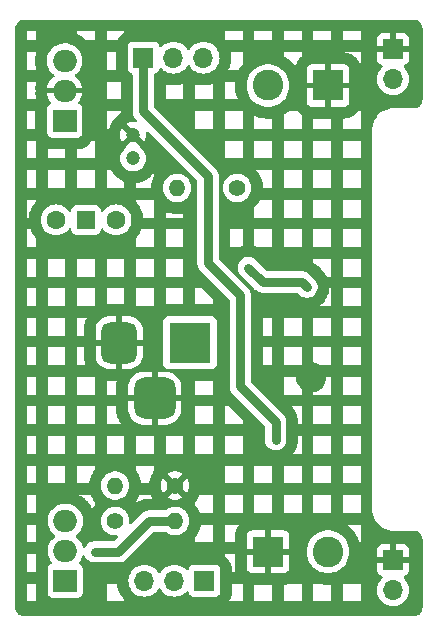
<source format=gbl>
%TF.GenerationSoftware,KiCad,Pcbnew,8.0.7*%
%TF.CreationDate,2025-02-08T15:19:53+05:30*%
%TF.ProjectId,Bread_Board_Power_supply,42726561-645f-4426-9f61-72645f506f77,rev?*%
%TF.SameCoordinates,Original*%
%TF.FileFunction,Copper,L2,Bot*%
%TF.FilePolarity,Positive*%
%FSLAX46Y46*%
G04 Gerber Fmt 4.6, Leading zero omitted, Abs format (unit mm)*
G04 Created by KiCad (PCBNEW 8.0.7) date 2025-02-08 15:19:53*
%MOMM*%
%LPD*%
G01*
G04 APERTURE LIST*
G04 Aperture macros list*
%AMRoundRect*
0 Rectangle with rounded corners*
0 $1 Rounding radius*
0 $2 $3 $4 $5 $6 $7 $8 $9 X,Y pos of 4 corners*
0 Add a 4 corners polygon primitive as box body*
4,1,4,$2,$3,$4,$5,$6,$7,$8,$9,$2,$3,0*
0 Add four circle primitives for the rounded corners*
1,1,$1+$1,$2,$3*
1,1,$1+$1,$4,$5*
1,1,$1+$1,$6,$7*
1,1,$1+$1,$8,$9*
0 Add four rect primitives between the rounded corners*
20,1,$1+$1,$2,$3,$4,$5,0*
20,1,$1+$1,$4,$5,$6,$7,0*
20,1,$1+$1,$6,$7,$8,$9,0*
20,1,$1+$1,$8,$9,$2,$3,0*%
G04 Aperture macros list end*
%TA.AperFunction,ComponentPad*%
%ADD10R,1.700000X1.700000*%
%TD*%
%TA.AperFunction,ComponentPad*%
%ADD11O,1.700000X1.700000*%
%TD*%
%TA.AperFunction,ComponentPad*%
%ADD12C,1.400000*%
%TD*%
%TA.AperFunction,ComponentPad*%
%ADD13O,1.400000X1.400000*%
%TD*%
%TA.AperFunction,ComponentPad*%
%ADD14R,2.600000X2.600000*%
%TD*%
%TA.AperFunction,ComponentPad*%
%ADD15C,2.600000*%
%TD*%
%TA.AperFunction,ComponentPad*%
%ADD16R,3.500000X3.500000*%
%TD*%
%TA.AperFunction,ComponentPad*%
%ADD17RoundRect,0.750000X-0.750000X-1.000000X0.750000X-1.000000X0.750000X1.000000X-0.750000X1.000000X0*%
%TD*%
%TA.AperFunction,ComponentPad*%
%ADD18RoundRect,0.875000X-0.875000X-0.875000X0.875000X-0.875000X0.875000X0.875000X-0.875000X0.875000X0*%
%TD*%
%TA.AperFunction,ComponentPad*%
%ADD19R,2.000000X1.905000*%
%TD*%
%TA.AperFunction,ComponentPad*%
%ADD20O,2.000000X1.905000*%
%TD*%
%TA.AperFunction,ComponentPad*%
%ADD21C,1.200000*%
%TD*%
%TA.AperFunction,ComponentPad*%
%ADD22R,1.500000X1.500000*%
%TD*%
%TA.AperFunction,ComponentPad*%
%ADD23C,1.600000*%
%TD*%
%TA.AperFunction,ViaPad*%
%ADD24C,0.600000*%
%TD*%
%TA.AperFunction,ViaPad*%
%ADD25C,0.500000*%
%TD*%
%TA.AperFunction,Conductor*%
%ADD26C,0.800000*%
%TD*%
G04 APERTURE END LIST*
D10*
%TO.P,J6,1,Pin_1*%
%TO.N,GND*%
X100000000Y-143250000D03*
D11*
%TO.P,J6,2,Pin_2*%
%TO.N,/Power_output*%
X100000000Y-145790000D03*
%TD*%
D10*
%TO.P,J7,1,Pin_1*%
%TO.N,/3.3v*%
X84025000Y-145000000D03*
D11*
%TO.P,J7,2,Pin_2*%
%TO.N,/Power_output*%
X81485000Y-145000000D03*
%TO.P,J7,3,Pin_3*%
%TO.N,/5v*%
X78945000Y-145000000D03*
%TD*%
D12*
%TO.P,R1,1*%
%TO.N,Net-(D1-A)*%
X86790000Y-111750000D03*
D13*
%TO.P,R1,2*%
%TO.N,/12v*%
X81710000Y-111750000D03*
%TD*%
D12*
%TO.P,R3,1*%
%TO.N,GND*%
X81540000Y-136950000D03*
D13*
%TO.P,R3,2*%
%TO.N,Net-(U2-ADJ)*%
X76460000Y-136950000D03*
%TD*%
D10*
%TO.P,J2,1,Pin_1*%
%TO.N,/3.3v*%
X78867000Y-100711000D03*
D11*
%TO.P,J2,2,Pin_2*%
%TO.N,/Power_output*%
X81407000Y-100711000D03*
%TO.P,J2,3,Pin_3*%
%TO.N,/5v*%
X83947000Y-100711000D03*
%TD*%
D14*
%TO.P,J5,1,Pin_1*%
%TO.N,GND*%
X89403000Y-142545000D03*
D15*
%TO.P,J5,2,Pin_2*%
%TO.N,/Power_output*%
X94483000Y-142545000D03*
%TD*%
D12*
%TO.P,R2,1*%
%TO.N,Net-(U2-ADJ)*%
X76460000Y-139950000D03*
D13*
%TO.P,R2,2*%
%TO.N,/3.3v*%
X81540000Y-139950000D03*
%TD*%
D16*
%TO.P,J1,1*%
%TO.N,/Power_Input*%
X82804000Y-124841000D03*
D17*
%TO.P,J1,2*%
%TO.N,GND*%
X76804000Y-124841000D03*
D18*
%TO.P,J1,3*%
X79804000Y-129541000D03*
%TD*%
D10*
%TO.P,J3,1,Pin_1*%
%TO.N,GND*%
X100000000Y-100000000D03*
D11*
%TO.P,J3,2,Pin_2*%
%TO.N,/Power_output*%
X100000000Y-102540000D03*
%TD*%
D19*
%TO.P,U1,1,VI*%
%TO.N,/12v*%
X72195000Y-106040000D03*
D20*
%TO.P,U1,2,GND*%
%TO.N,GND*%
X72195000Y-103500000D03*
%TO.P,U1,3,VO*%
%TO.N,/5v*%
X72195000Y-100960000D03*
%TD*%
D21*
%TO.P,C1,1*%
%TO.N,GND*%
X78000000Y-107250000D03*
%TO.P,C1,2*%
%TO.N,/12v*%
X78000000Y-109250000D03*
%TD*%
D14*
%TO.P,J4,1,Pin_1*%
%TO.N,GND*%
X94493000Y-103073000D03*
D15*
%TO.P,J4,2,Pin_2*%
%TO.N,/Power_output*%
X89413000Y-103073000D03*
%TD*%
D22*
%TO.P,SW1,1,A*%
%TO.N,/12v*%
X74000000Y-114450000D03*
D23*
%TO.P,SW1,2,B*%
%TO.N,/Power_Input*%
X76540000Y-114450000D03*
%TO.P,SW1,3,C*%
%TO.N,unconnected-(SW1-C-Pad3)*%
X71460000Y-114450000D03*
%TD*%
D19*
%TO.P,U2,1,ADJ*%
%TO.N,Net-(U2-ADJ)*%
X72250000Y-145000000D03*
D20*
%TO.P,U2,2,VO*%
%TO.N,/3.3v*%
X72250000Y-142460000D03*
%TO.P,U2,3,VI*%
%TO.N,/12v*%
X72250000Y-139920000D03*
%TD*%
D24*
%TO.N,GND*%
X84000000Y-136375000D03*
X93075000Y-127775000D03*
D25*
X83947000Y-108254800D03*
D24*
%TO.N,/3.3v*%
X90050000Y-133050000D03*
X74750000Y-142550000D03*
%TO.N,Net-(D1-A)*%
X92710000Y-120142000D03*
X87750000Y-118500000D03*
%TD*%
D26*
%TO.N,Net-(D1-A)*%
X92268000Y-119700000D02*
X88950000Y-119700000D01*
X92710000Y-120142000D02*
X92268000Y-119700000D01*
X88950000Y-119700000D02*
X87750000Y-118500000D01*
%TO.N,/3.3v*%
X78841600Y-105257600D02*
X78841600Y-100736400D01*
X74750000Y-142550000D02*
X76750000Y-142550000D01*
X90050000Y-131550000D02*
X87050000Y-128550000D01*
X87050000Y-120832000D02*
X84328000Y-118110000D01*
X90050000Y-133050000D02*
X90050000Y-131550000D01*
X76750000Y-142550000D02*
X79350000Y-139950000D01*
X78841600Y-100736400D02*
X78867000Y-100711000D01*
X87050000Y-128550000D02*
X87050000Y-120832000D01*
X84328000Y-118110000D02*
X84328000Y-110744000D01*
X79350000Y-139950000D02*
X81540000Y-139950000D01*
X84328000Y-110744000D02*
X78841600Y-105257600D01*
%TD*%
%TA.AperFunction,Conductor*%
%TO.N,GND*%
G36*
X101756061Y-97501097D02*
G01*
X101766635Y-97502138D01*
X101884069Y-97513704D01*
X101907897Y-97518443D01*
X102025140Y-97554008D01*
X102047589Y-97563308D01*
X102155630Y-97621057D01*
X102175840Y-97634561D01*
X102270535Y-97712274D01*
X102287725Y-97729464D01*
X102365438Y-97824159D01*
X102378942Y-97844369D01*
X102436690Y-97952407D01*
X102445993Y-97974865D01*
X102481554Y-98092093D01*
X102486296Y-98115935D01*
X102498903Y-98243938D01*
X102499500Y-98256092D01*
X102499500Y-104243907D01*
X102498903Y-104256061D01*
X102486296Y-104384064D01*
X102481554Y-104407906D01*
X102445993Y-104525134D01*
X102436690Y-104547592D01*
X102378942Y-104655630D01*
X102365438Y-104675840D01*
X102287725Y-104770535D01*
X102270535Y-104787725D01*
X102175840Y-104865438D01*
X102155630Y-104878942D01*
X102047592Y-104936690D01*
X102025134Y-104945993D01*
X101907906Y-104981554D01*
X101884064Y-104986296D01*
X101756062Y-104998903D01*
X101743908Y-104999500D01*
X100065892Y-104999500D01*
X100000000Y-104999500D01*
X99874802Y-104999500D01*
X99839167Y-105004623D01*
X99626955Y-105035135D01*
X99626951Y-105035136D01*
X99386708Y-105105676D01*
X99386702Y-105105678D01*
X99158938Y-105209695D01*
X99158920Y-105209705D01*
X98948291Y-105345068D01*
X98948285Y-105345072D01*
X98759047Y-105509047D01*
X98595072Y-105698285D01*
X98595068Y-105698291D01*
X98459705Y-105908920D01*
X98459695Y-105908938D01*
X98355678Y-106136702D01*
X98355676Y-106136708D01*
X98285136Y-106376951D01*
X98285135Y-106376955D01*
X98265730Y-106511922D01*
X98249500Y-106624802D01*
X98249500Y-106684108D01*
X98249500Y-138934108D01*
X98249500Y-139000000D01*
X98249500Y-139125198D01*
X98251307Y-139137764D01*
X98285135Y-139373044D01*
X98285136Y-139373048D01*
X98355676Y-139613291D01*
X98355678Y-139613297D01*
X98459695Y-139841061D01*
X98459705Y-139841079D01*
X98595068Y-140051708D01*
X98595072Y-140051714D01*
X98759047Y-140240952D01*
X98948285Y-140404927D01*
X98948291Y-140404931D01*
X99158920Y-140540294D01*
X99158928Y-140540298D01*
X99158932Y-140540301D01*
X99158935Y-140540302D01*
X99158938Y-140540304D01*
X99386702Y-140644321D01*
X99386708Y-140644323D01*
X99529594Y-140686277D01*
X99626954Y-140714864D01*
X99874802Y-140750500D01*
X99934108Y-140750500D01*
X101684108Y-140750500D01*
X101743908Y-140750500D01*
X101756061Y-140751097D01*
X101766635Y-140752138D01*
X101884069Y-140763704D01*
X101907897Y-140768443D01*
X102025140Y-140804008D01*
X102047589Y-140813308D01*
X102154223Y-140870305D01*
X102155630Y-140871057D01*
X102175839Y-140884560D01*
X102241564Y-140938499D01*
X102270535Y-140962274D01*
X102287725Y-140979464D01*
X102365438Y-141074159D01*
X102378942Y-141094369D01*
X102436690Y-141202407D01*
X102445992Y-141224864D01*
X102479622Y-141335726D01*
X102481554Y-141342093D01*
X102486296Y-141365935D01*
X102498903Y-141493938D01*
X102499500Y-141506092D01*
X102499500Y-147243907D01*
X102498903Y-147256061D01*
X102486296Y-147384064D01*
X102481554Y-147407906D01*
X102445993Y-147525134D01*
X102436690Y-147547592D01*
X102378942Y-147655630D01*
X102365438Y-147675840D01*
X102287725Y-147770535D01*
X102270535Y-147787725D01*
X102175840Y-147865438D01*
X102155630Y-147878942D01*
X102047592Y-147936690D01*
X102025134Y-147945993D01*
X101907906Y-147981554D01*
X101884064Y-147986296D01*
X101756062Y-147998903D01*
X101743908Y-147999500D01*
X68756092Y-147999500D01*
X68743938Y-147998903D01*
X68615935Y-147986296D01*
X68592095Y-147981554D01*
X68474864Y-147945992D01*
X68452407Y-147936690D01*
X68344369Y-147878942D01*
X68324159Y-147865438D01*
X68229464Y-147787725D01*
X68212274Y-147770535D01*
X68134561Y-147675840D01*
X68121057Y-147655630D01*
X68063308Y-147547589D01*
X68054008Y-147525140D01*
X68018443Y-147407897D01*
X68013704Y-147384069D01*
X68001097Y-147256060D01*
X68000500Y-147243907D01*
X68000500Y-146750500D01*
X68998500Y-146750500D01*
X69750500Y-146750500D01*
X75748500Y-146750500D01*
X77250500Y-146750500D01*
X86072752Y-146750500D01*
X87250500Y-146750500D01*
X87250500Y-145343000D01*
X88248500Y-145343000D01*
X88248500Y-146750500D01*
X89750500Y-146750500D01*
X89750500Y-145343000D01*
X90748500Y-145343000D01*
X90748500Y-146750500D01*
X92250500Y-146750500D01*
X93248500Y-146750500D01*
X94750500Y-146750500D01*
X95748500Y-146750500D01*
X97250500Y-146750500D01*
X97250500Y-145789999D01*
X98644341Y-145789999D01*
X98644341Y-145790000D01*
X98664936Y-146025403D01*
X98664938Y-146025413D01*
X98726094Y-146253655D01*
X98726096Y-146253659D01*
X98726097Y-146253663D01*
X98771253Y-146350500D01*
X98825965Y-146467830D01*
X98825967Y-146467834D01*
X98919858Y-146601923D01*
X98961505Y-146661401D01*
X99128599Y-146828495D01*
X99225384Y-146896265D01*
X99322165Y-146964032D01*
X99322167Y-146964033D01*
X99322170Y-146964035D01*
X99536337Y-147063903D01*
X99764592Y-147125063D01*
X99952918Y-147141539D01*
X99999999Y-147145659D01*
X100000000Y-147145659D01*
X100000001Y-147145659D01*
X100039234Y-147142226D01*
X100235408Y-147125063D01*
X100463663Y-147063903D01*
X100677830Y-146964035D01*
X100871401Y-146828495D01*
X101038495Y-146661401D01*
X101174035Y-146467830D01*
X101273903Y-146253663D01*
X101335063Y-146025408D01*
X101355659Y-145790000D01*
X101335063Y-145554592D01*
X101278502Y-145343500D01*
X101273905Y-145326344D01*
X101273904Y-145326343D01*
X101273903Y-145326337D01*
X101174035Y-145112171D01*
X101095492Y-145000000D01*
X101038496Y-144918600D01*
X101038495Y-144918599D01*
X100916179Y-144796283D01*
X100882696Y-144734963D01*
X100887680Y-144665271D01*
X100929551Y-144609337D01*
X100960529Y-144592422D01*
X101092086Y-144543354D01*
X101092093Y-144543350D01*
X101207187Y-144457190D01*
X101207190Y-144457187D01*
X101293350Y-144342093D01*
X101293354Y-144342086D01*
X101343596Y-144207379D01*
X101343598Y-144207372D01*
X101349999Y-144147844D01*
X101350000Y-144147827D01*
X101350000Y-143500000D01*
X100433012Y-143500000D01*
X100465925Y-143442993D01*
X100500000Y-143315826D01*
X100500000Y-143184174D01*
X100465925Y-143057007D01*
X100433012Y-143000000D01*
X101350000Y-143000000D01*
X101350000Y-142352172D01*
X101349999Y-142352155D01*
X101343598Y-142292627D01*
X101343596Y-142292620D01*
X101293354Y-142157913D01*
X101293350Y-142157906D01*
X101207190Y-142042812D01*
X101207187Y-142042809D01*
X101092093Y-141956649D01*
X101092086Y-141956645D01*
X100957379Y-141906403D01*
X100957372Y-141906401D01*
X100897844Y-141900000D01*
X100250000Y-141900000D01*
X100250000Y-142816988D01*
X100192993Y-142784075D01*
X100065826Y-142750000D01*
X99934174Y-142750000D01*
X99807007Y-142784075D01*
X99750000Y-142816988D01*
X99750000Y-141900000D01*
X99102155Y-141900000D01*
X99042627Y-141906401D01*
X99042620Y-141906403D01*
X98907913Y-141956645D01*
X98907906Y-141956649D01*
X98792812Y-142042809D01*
X98792809Y-142042812D01*
X98706649Y-142157906D01*
X98706645Y-142157913D01*
X98656403Y-142292620D01*
X98656401Y-142292627D01*
X98650000Y-142352155D01*
X98650000Y-143000000D01*
X99566988Y-143000000D01*
X99534075Y-143057007D01*
X99500000Y-143184174D01*
X99500000Y-143315826D01*
X99534075Y-143442993D01*
X99566988Y-143500000D01*
X98650000Y-143500000D01*
X98650000Y-144147844D01*
X98656401Y-144207372D01*
X98656403Y-144207379D01*
X98706645Y-144342086D01*
X98706649Y-144342093D01*
X98792809Y-144457187D01*
X98792812Y-144457190D01*
X98907906Y-144543350D01*
X98907913Y-144543354D01*
X99039470Y-144592421D01*
X99095403Y-144634292D01*
X99119821Y-144699756D01*
X99104970Y-144768029D01*
X99083819Y-144796284D01*
X98961503Y-144918600D01*
X98825965Y-145112169D01*
X98825964Y-145112171D01*
X98726098Y-145326335D01*
X98726094Y-145326344D01*
X98664938Y-145554586D01*
X98664936Y-145554596D01*
X98644341Y-145789999D01*
X97250500Y-145789999D01*
X97250500Y-145248500D01*
X95748500Y-145248500D01*
X95748500Y-146750500D01*
X94750500Y-146750500D01*
X94750500Y-145334791D01*
X94748207Y-145335137D01*
X94743605Y-145335743D01*
X94715712Y-145338885D01*
X94711092Y-145339318D01*
X94673864Y-145342106D01*
X94669239Y-145342365D01*
X94641222Y-145343413D01*
X94636587Y-145343500D01*
X94329413Y-145343500D01*
X94324778Y-145343413D01*
X94296761Y-145342365D01*
X94292136Y-145342106D01*
X94254908Y-145339318D01*
X94250288Y-145338885D01*
X94222395Y-145335743D01*
X94217794Y-145335137D01*
X93914025Y-145289351D01*
X93909453Y-145288574D01*
X93881886Y-145283358D01*
X93877345Y-145282411D01*
X93840947Y-145274103D01*
X93836448Y-145272987D01*
X93809353Y-145265727D01*
X93804896Y-145264443D01*
X93753211Y-145248500D01*
X93248500Y-145248500D01*
X93248500Y-146750500D01*
X92250500Y-146750500D01*
X92250500Y-145248500D01*
X91226638Y-145248500D01*
X91129904Y-145284579D01*
X91122564Y-145287058D01*
X91077695Y-145300668D01*
X91070212Y-145302685D01*
X91009501Y-145317028D01*
X91001916Y-145318572D01*
X90955738Y-145326478D01*
X90948069Y-145327545D01*
X90844217Y-145338711D01*
X90840905Y-145339023D01*
X90820856Y-145340636D01*
X90817542Y-145340858D01*
X90790855Y-145342287D01*
X90787539Y-145342420D01*
X90767491Y-145342956D01*
X90764177Y-145343000D01*
X90748500Y-145343000D01*
X89750500Y-145343000D01*
X89452454Y-145343000D01*
X89405000Y-145333561D01*
X89403000Y-145332732D01*
X89401000Y-145333561D01*
X89353546Y-145343000D01*
X88248500Y-145343000D01*
X87250500Y-145343000D01*
X87250500Y-145248500D01*
X86373500Y-145248500D01*
X86373500Y-145911248D01*
X86373455Y-145914572D01*
X86372916Y-145934673D01*
X86372783Y-145937993D01*
X86371351Y-145964680D01*
X86371129Y-145967989D01*
X86369519Y-145987982D01*
X86369208Y-145991285D01*
X86358038Y-146095175D01*
X86356971Y-146102843D01*
X86349064Y-146149029D01*
X86347519Y-146156619D01*
X86333174Y-146217330D01*
X86331158Y-146224809D01*
X86317550Y-146269672D01*
X86315071Y-146277012D01*
X86241413Y-146474502D01*
X86238025Y-146482682D01*
X86215767Y-146531419D01*
X86211805Y-146539333D01*
X86177628Y-146601923D01*
X86173110Y-146609537D01*
X86144146Y-146654604D01*
X86139098Y-146661874D01*
X86072752Y-146750500D01*
X77250500Y-146750500D01*
X77250500Y-146626781D01*
X77185419Y-146561700D01*
X77181677Y-146557792D01*
X77159577Y-146533674D01*
X77156014Y-146529611D01*
X77128013Y-146496244D01*
X77124625Y-146492022D01*
X77104689Y-146466042D01*
X77101488Y-146461678D01*
X76940956Y-146232415D01*
X76937950Y-146227916D01*
X76920358Y-146200302D01*
X76917549Y-146195673D01*
X76895771Y-146157949D01*
X76893171Y-146153209D01*
X76878064Y-146124188D01*
X76875672Y-146119337D01*
X76757402Y-145865708D01*
X76755223Y-145860756D01*
X76742705Y-145830535D01*
X76740747Y-145825500D01*
X76725846Y-145784568D01*
X76724105Y-145779440D01*
X76714256Y-145748205D01*
X76712741Y-145743008D01*
X76640305Y-145472666D01*
X76639019Y-145467412D01*
X76631934Y-145435454D01*
X76630879Y-145430146D01*
X76623316Y-145387251D01*
X76622493Y-145381904D01*
X76618222Y-145349461D01*
X76617633Y-145344085D01*
X76609270Y-145248500D01*
X75748500Y-145248500D01*
X75748500Y-146750500D01*
X69750500Y-146750500D01*
X69750500Y-145248500D01*
X68998500Y-145248500D01*
X68998500Y-146750500D01*
X68000500Y-146750500D01*
X68000500Y-144250500D01*
X68998500Y-144250500D01*
X69750500Y-144250500D01*
X69750500Y-142748500D01*
X68998500Y-142748500D01*
X68998500Y-144250500D01*
X68000500Y-144250500D01*
X68000500Y-141750500D01*
X68998500Y-141750500D01*
X69750500Y-141750500D01*
X69750500Y-140248500D01*
X68998500Y-140248500D01*
X68998500Y-141750500D01*
X68000500Y-141750500D01*
X68000500Y-139805646D01*
X70749500Y-139805646D01*
X70749500Y-140034353D01*
X70785278Y-140260246D01*
X70785278Y-140260249D01*
X70855950Y-140477755D01*
X70918878Y-140601258D01*
X70959783Y-140681538D01*
X71094214Y-140866566D01*
X71255934Y-141028286D01*
X71293051Y-141055253D01*
X71340438Y-141089682D01*
X71383103Y-141145013D01*
X71389082Y-141214626D01*
X71356476Y-141276421D01*
X71340438Y-141290318D01*
X71255932Y-141351715D01*
X71094216Y-141513431D01*
X71094216Y-141513432D01*
X71094214Y-141513434D01*
X71036480Y-141592896D01*
X70959783Y-141698461D01*
X70855950Y-141902244D01*
X70785278Y-142119750D01*
X70785278Y-142119753D01*
X70760547Y-142275897D01*
X70749500Y-142345646D01*
X70749500Y-142574354D01*
X70759690Y-142638691D01*
X70785278Y-142800246D01*
X70785278Y-142800249D01*
X70855950Y-143017755D01*
X70910102Y-143124034D01*
X70959783Y-143221538D01*
X71092525Y-143404242D01*
X71116005Y-143470046D01*
X71100180Y-143538100D01*
X71050074Y-143586795D01*
X71035541Y-143593308D01*
X71007670Y-143603703D01*
X71007664Y-143603706D01*
X70892455Y-143689952D01*
X70892452Y-143689955D01*
X70806206Y-143805164D01*
X70806202Y-143805171D01*
X70755908Y-143940017D01*
X70749501Y-143999616D01*
X70749501Y-143999623D01*
X70749500Y-143999635D01*
X70749500Y-146000370D01*
X70749501Y-146000376D01*
X70755908Y-146059983D01*
X70806202Y-146194828D01*
X70806206Y-146194835D01*
X70892452Y-146310044D01*
X70892455Y-146310047D01*
X71007664Y-146396293D01*
X71007671Y-146396297D01*
X71142517Y-146446591D01*
X71142516Y-146446591D01*
X71149444Y-146447335D01*
X71202127Y-146453000D01*
X73297872Y-146452999D01*
X73357483Y-146446591D01*
X73492331Y-146396296D01*
X73607546Y-146310046D01*
X73693796Y-146194831D01*
X73744091Y-146059983D01*
X73750500Y-146000373D01*
X73750499Y-144999999D01*
X77589341Y-144999999D01*
X77589341Y-145000000D01*
X77609936Y-145235403D01*
X77609938Y-145235413D01*
X77671094Y-145463655D01*
X77671096Y-145463659D01*
X77671097Y-145463663D01*
X77713498Y-145554592D01*
X77770965Y-145677830D01*
X77770967Y-145677834D01*
X77849507Y-145790000D01*
X77906505Y-145871401D01*
X78073599Y-146038495D01*
X78154546Y-146095175D01*
X78267165Y-146174032D01*
X78267167Y-146174033D01*
X78267170Y-146174035D01*
X78481337Y-146273903D01*
X78709592Y-146335063D01*
X78886034Y-146350500D01*
X78944999Y-146355659D01*
X78945000Y-146355659D01*
X78945001Y-146355659D01*
X79003966Y-146350500D01*
X79180408Y-146335063D01*
X79408663Y-146273903D01*
X79622830Y-146174035D01*
X79816401Y-146038495D01*
X79983495Y-145871401D01*
X80113425Y-145685842D01*
X80168002Y-145642217D01*
X80237500Y-145635023D01*
X80299855Y-145666546D01*
X80316575Y-145685842D01*
X80446500Y-145871395D01*
X80446505Y-145871401D01*
X80613599Y-146038495D01*
X80694546Y-146095175D01*
X80807165Y-146174032D01*
X80807167Y-146174033D01*
X80807170Y-146174035D01*
X81021337Y-146273903D01*
X81249592Y-146335063D01*
X81426034Y-146350500D01*
X81484999Y-146355659D01*
X81485000Y-146355659D01*
X81485001Y-146355659D01*
X81543966Y-146350500D01*
X81720408Y-146335063D01*
X81948663Y-146273903D01*
X82162830Y-146174035D01*
X82356401Y-146038495D01*
X82478329Y-145916566D01*
X82539648Y-145883084D01*
X82609340Y-145888068D01*
X82665274Y-145929939D01*
X82682189Y-145960917D01*
X82731202Y-146092328D01*
X82731206Y-146092335D01*
X82817452Y-146207544D01*
X82817455Y-146207547D01*
X82932664Y-146293793D01*
X82932671Y-146293797D01*
X83067517Y-146344091D01*
X83067516Y-146344091D01*
X83074444Y-146344835D01*
X83127127Y-146350500D01*
X84922872Y-146350499D01*
X84982483Y-146344091D01*
X85117331Y-146293796D01*
X85232546Y-146207546D01*
X85318796Y-146092331D01*
X85369091Y-145957483D01*
X85375500Y-145897873D01*
X85375499Y-144102128D01*
X85369091Y-144042517D01*
X85367810Y-144039083D01*
X85318797Y-143907671D01*
X85318793Y-143907664D01*
X85232547Y-143792455D01*
X85232544Y-143792452D01*
X85117335Y-143706206D01*
X85117328Y-143706202D01*
X84982482Y-143655908D01*
X84982483Y-143655908D01*
X84922883Y-143649501D01*
X84922881Y-143649500D01*
X84922873Y-143649500D01*
X84922864Y-143649500D01*
X83127129Y-143649500D01*
X83127123Y-143649501D01*
X83067516Y-143655908D01*
X82932671Y-143706202D01*
X82932664Y-143706206D01*
X82817455Y-143792452D01*
X82817452Y-143792455D01*
X82731206Y-143907664D01*
X82731203Y-143907669D01*
X82682189Y-144039083D01*
X82640317Y-144095016D01*
X82574853Y-144119433D01*
X82506580Y-144104581D01*
X82478326Y-144083430D01*
X82356402Y-143961506D01*
X82356395Y-143961501D01*
X82353597Y-143959542D01*
X82310749Y-143929539D01*
X82162834Y-143825967D01*
X82162830Y-143825965D01*
X82118222Y-143805164D01*
X81948663Y-143726097D01*
X81948659Y-143726096D01*
X81948655Y-143726094D01*
X81720413Y-143664938D01*
X81720403Y-143664936D01*
X81485001Y-143644341D01*
X81484999Y-143644341D01*
X81249596Y-143664936D01*
X81249586Y-143664938D01*
X81021344Y-143726094D01*
X81021335Y-143726098D01*
X80807171Y-143825964D01*
X80807169Y-143825965D01*
X80613597Y-143961505D01*
X80446505Y-144128597D01*
X80316575Y-144314158D01*
X80261998Y-144357783D01*
X80192500Y-144364977D01*
X80130145Y-144333454D01*
X80113425Y-144314158D01*
X79983494Y-144128597D01*
X79816402Y-143961506D01*
X79816395Y-143961501D01*
X79813597Y-143959542D01*
X79770749Y-143929539D01*
X79622834Y-143825967D01*
X79622830Y-143825965D01*
X79578222Y-143805164D01*
X79408663Y-143726097D01*
X79408659Y-143726096D01*
X79408655Y-143726094D01*
X79180413Y-143664938D01*
X79180403Y-143664936D01*
X78945001Y-143644341D01*
X78944999Y-143644341D01*
X78709596Y-143664936D01*
X78709586Y-143664938D01*
X78481344Y-143726094D01*
X78481335Y-143726098D01*
X78267171Y-143825964D01*
X78267169Y-143825965D01*
X78073597Y-143961505D01*
X77906505Y-144128597D01*
X77770965Y-144322169D01*
X77770964Y-144322171D01*
X77671098Y-144536335D01*
X77671094Y-144536344D01*
X77609938Y-144764586D01*
X77609936Y-144764596D01*
X77589341Y-144999999D01*
X73750499Y-144999999D01*
X73750499Y-143999628D01*
X73744091Y-143940017D01*
X73730968Y-143904833D01*
X73693797Y-143805171D01*
X73693793Y-143805164D01*
X73607547Y-143689955D01*
X73607544Y-143689952D01*
X73492335Y-143603706D01*
X73492328Y-143603702D01*
X73464459Y-143593308D01*
X73408525Y-143551437D01*
X73384108Y-143485973D01*
X73398960Y-143417700D01*
X73407460Y-143404260D01*
X73540217Y-143221538D01*
X73644048Y-143017758D01*
X73657438Y-142976547D01*
X73683055Y-142897707D01*
X73722492Y-142840032D01*
X73786851Y-142812833D01*
X73855697Y-142824747D01*
X73907173Y-142871991D01*
X73915547Y-142888573D01*
X73951983Y-142976540D01*
X73951990Y-142976553D01*
X74050535Y-143124034D01*
X74050538Y-143124038D01*
X74175961Y-143249461D01*
X74175965Y-143249464D01*
X74323446Y-143348009D01*
X74323459Y-143348016D01*
X74425937Y-143390463D01*
X74487334Y-143415894D01*
X74487336Y-143415894D01*
X74487341Y-143415896D01*
X74661304Y-143450499D01*
X74661307Y-143450500D01*
X74661309Y-143450500D01*
X76838693Y-143450500D01*
X76838694Y-143450499D01*
X77012666Y-143415895D01*
X77094606Y-143381953D01*
X77176547Y-143348013D01*
X77284637Y-143275789D01*
X77324036Y-143249464D01*
X77641465Y-142932035D01*
X85748500Y-142932035D01*
X85859173Y-143014886D01*
X85866064Y-143020439D01*
X85906549Y-143055519D01*
X85913028Y-143061551D01*
X85963449Y-143111972D01*
X85969481Y-143118451D01*
X86004561Y-143158936D01*
X86010114Y-143165827D01*
X86139098Y-143338126D01*
X86144146Y-143345396D01*
X86173110Y-143390463D01*
X86177628Y-143398077D01*
X86211805Y-143460667D01*
X86215767Y-143468581D01*
X86238025Y-143517318D01*
X86241413Y-143525498D01*
X86315069Y-143722982D01*
X86317548Y-143730321D01*
X86331153Y-143775172D01*
X86333168Y-143782648D01*
X86347516Y-143843363D01*
X86349061Y-143850955D01*
X86356972Y-143897160D01*
X86358041Y-143904833D01*
X86369212Y-144008755D01*
X86369523Y-144012064D01*
X86371135Y-144032101D01*
X86371357Y-144035413D01*
X86372786Y-144062095D01*
X86372919Y-144065413D01*
X86373455Y-144085464D01*
X86373499Y-144088778D01*
X86373499Y-144250500D01*
X86656676Y-144250500D01*
X86647332Y-144219695D01*
X86645315Y-144212212D01*
X86630972Y-144151501D01*
X86629428Y-144143916D01*
X86621522Y-144097738D01*
X86620455Y-144090069D01*
X86609289Y-143986217D01*
X86608977Y-143982905D01*
X86607364Y-143962856D01*
X86607142Y-143959542D01*
X86605713Y-143932855D01*
X86605580Y-143929539D01*
X86605044Y-143909491D01*
X86605000Y-143906177D01*
X86605000Y-142748500D01*
X85748500Y-142748500D01*
X85748500Y-142932035D01*
X77641465Y-142932035D01*
X79237772Y-141335726D01*
X83248500Y-141335726D01*
X83248500Y-141750500D01*
X84750500Y-141750500D01*
X85748500Y-141750500D01*
X86605000Y-141750500D01*
X86605000Y-141197155D01*
X87603000Y-141197155D01*
X87603000Y-142295000D01*
X88802999Y-142295000D01*
X88777979Y-142355402D01*
X88753000Y-142480981D01*
X88753000Y-142609019D01*
X88777979Y-142734598D01*
X88802999Y-142795000D01*
X87603000Y-142795000D01*
X87603000Y-143892844D01*
X87609401Y-143952372D01*
X87609403Y-143952379D01*
X87659645Y-144087086D01*
X87659649Y-144087093D01*
X87745809Y-144202187D01*
X87745812Y-144202190D01*
X87860906Y-144288350D01*
X87860913Y-144288354D01*
X87995620Y-144338596D01*
X87995627Y-144338598D01*
X88055155Y-144344999D01*
X88055172Y-144345000D01*
X89153000Y-144345000D01*
X89153000Y-143145001D01*
X89213402Y-143170021D01*
X89338981Y-143195000D01*
X89467019Y-143195000D01*
X89592598Y-143170021D01*
X89653000Y-143145001D01*
X89653000Y-144345000D01*
X90750828Y-144345000D01*
X90750844Y-144344999D01*
X90810372Y-144338598D01*
X90810379Y-144338596D01*
X90945086Y-144288354D01*
X90945093Y-144288350D01*
X91060187Y-144202190D01*
X91060190Y-144202187D01*
X91146350Y-144087093D01*
X91146354Y-144087086D01*
X91196596Y-143952379D01*
X91196598Y-143952372D01*
X91202999Y-143892844D01*
X91203000Y-143892827D01*
X91203000Y-142795000D01*
X90003001Y-142795000D01*
X90028021Y-142734598D01*
X90053000Y-142609019D01*
X90053000Y-142544995D01*
X92677451Y-142544995D01*
X92677451Y-142545004D01*
X92697616Y-142814101D01*
X92757664Y-143077188D01*
X92757666Y-143077195D01*
X92835609Y-143275790D01*
X92856257Y-143328398D01*
X92991185Y-143562102D01*
X93093144Y-143689954D01*
X93159442Y-143773089D01*
X93304486Y-143907669D01*
X93357259Y-143956635D01*
X93580226Y-144108651D01*
X93823359Y-144225738D01*
X94081228Y-144305280D01*
X94081229Y-144305280D01*
X94081232Y-144305281D01*
X94348063Y-144345499D01*
X94348068Y-144345499D01*
X94348071Y-144345500D01*
X94348072Y-144345500D01*
X94617928Y-144345500D01*
X94617929Y-144345500D01*
X94617936Y-144345499D01*
X94884767Y-144305281D01*
X94884768Y-144305280D01*
X94884772Y-144305280D01*
X95142641Y-144225738D01*
X95334765Y-144133216D01*
X95385767Y-144108655D01*
X95385767Y-144108654D01*
X95385775Y-144108651D01*
X95608741Y-143956635D01*
X95762259Y-143814190D01*
X95806557Y-143773089D01*
X95806557Y-143773087D01*
X95806561Y-143773085D01*
X95974815Y-143562102D01*
X96109743Y-143328398D01*
X96208334Y-143077195D01*
X96268383Y-142814103D01*
X96283752Y-142609019D01*
X96288549Y-142545004D01*
X96288549Y-142544995D01*
X96271744Y-142320747D01*
X96268383Y-142275897D01*
X96208334Y-142012805D01*
X96109743Y-141761602D01*
X95974815Y-141527898D01*
X95806561Y-141316915D01*
X95806560Y-141316914D01*
X95806557Y-141316910D01*
X95608741Y-141133365D01*
X95599338Y-141126954D01*
X95385775Y-140981349D01*
X95385769Y-140981346D01*
X95385768Y-140981345D01*
X95385767Y-140981344D01*
X95142643Y-140864263D01*
X95142645Y-140864263D01*
X94884773Y-140784720D01*
X94884767Y-140784718D01*
X94617936Y-140744500D01*
X94617929Y-140744500D01*
X94348071Y-140744500D01*
X94348063Y-140744500D01*
X94081232Y-140784718D01*
X94081226Y-140784720D01*
X93823358Y-140864262D01*
X93580230Y-140981346D01*
X93357258Y-141133365D01*
X93159442Y-141316910D01*
X92991185Y-141527898D01*
X92856258Y-141761599D01*
X92856256Y-141761603D01*
X92757666Y-142012804D01*
X92757664Y-142012811D01*
X92697616Y-142275898D01*
X92677451Y-142544995D01*
X90053000Y-142544995D01*
X90053000Y-142480981D01*
X90028021Y-142355402D01*
X90003001Y-142295000D01*
X91203000Y-142295000D01*
X91203000Y-141197172D01*
X91202999Y-141197155D01*
X91196598Y-141137627D01*
X91196596Y-141137620D01*
X91146354Y-141002913D01*
X91146350Y-141002906D01*
X91060190Y-140887812D01*
X91060187Y-140887809D01*
X90945093Y-140801649D01*
X90945086Y-140801645D01*
X90810379Y-140751403D01*
X90810372Y-140751401D01*
X90750844Y-140745000D01*
X89653000Y-140745000D01*
X89653000Y-141944998D01*
X89592598Y-141919979D01*
X89467019Y-141895000D01*
X89338981Y-141895000D01*
X89213402Y-141919979D01*
X89153000Y-141944998D01*
X89153000Y-140745000D01*
X88055155Y-140745000D01*
X87995627Y-140751401D01*
X87995620Y-140751403D01*
X87860913Y-140801645D01*
X87860906Y-140801649D01*
X87745812Y-140887809D01*
X87745809Y-140887812D01*
X87659649Y-141002906D01*
X87659645Y-141002913D01*
X87609403Y-141137620D01*
X87609401Y-141137627D01*
X87603000Y-141197155D01*
X86605000Y-141197155D01*
X86605000Y-141183823D01*
X86605044Y-141180509D01*
X86605580Y-141160461D01*
X86605713Y-141157145D01*
X86607142Y-141130458D01*
X86607364Y-141127144D01*
X86608977Y-141107095D01*
X86609289Y-141103783D01*
X86620455Y-140999931D01*
X86621522Y-140992262D01*
X86629428Y-140946084D01*
X86630972Y-140938499D01*
X86645315Y-140877788D01*
X86647332Y-140870305D01*
X86660942Y-140825436D01*
X86663421Y-140818096D01*
X86737030Y-140620739D01*
X86740419Y-140612559D01*
X86762677Y-140563823D01*
X86766638Y-140555909D01*
X86800815Y-140493319D01*
X86805333Y-140485705D01*
X86834297Y-140440638D01*
X86839345Y-140433368D01*
X86968243Y-140261184D01*
X86973796Y-140254293D01*
X86978816Y-140248500D01*
X96082522Y-140248500D01*
X96186361Y-140319296D01*
X96190146Y-140321982D01*
X96212725Y-140338647D01*
X96216404Y-140341470D01*
X96245591Y-140364747D01*
X96249161Y-140367705D01*
X96270416Y-140385997D01*
X96273872Y-140389085D01*
X96499069Y-140598036D01*
X96502414Y-140601258D01*
X96522277Y-140621123D01*
X96525497Y-140624467D01*
X96550887Y-140651836D01*
X96553974Y-140655291D01*
X96572247Y-140676527D01*
X96575201Y-140680092D01*
X96766723Y-140920251D01*
X96769548Y-140923933D01*
X96786212Y-140946513D01*
X96788895Y-140950295D01*
X96809925Y-140981142D01*
X96812464Y-140985020D01*
X96827385Y-141008767D01*
X96829778Y-141012738D01*
X96983370Y-141278768D01*
X96985614Y-141282827D01*
X96998721Y-141307627D01*
X97000809Y-141311764D01*
X97017007Y-141345398D01*
X97018942Y-141349617D01*
X97030160Y-141375330D01*
X97031934Y-141379612D01*
X97144160Y-141665557D01*
X97145773Y-141669903D01*
X97155032Y-141696362D01*
X97156479Y-141700760D01*
X97167486Y-141736434D01*
X97168772Y-141740897D01*
X97171345Y-141750500D01*
X97250500Y-141750500D01*
X97250500Y-140248500D01*
X96082522Y-140248500D01*
X86978816Y-140248500D01*
X85748500Y-140248500D01*
X85748500Y-141750500D01*
X84750500Y-141750500D01*
X84750500Y-140248500D01*
X83720258Y-140248500D01*
X83716729Y-140286587D01*
X83716069Y-140292276D01*
X83711280Y-140326609D01*
X83710357Y-140332266D01*
X83701881Y-140377602D01*
X83700699Y-140383205D01*
X83692766Y-140416933D01*
X83691326Y-140422476D01*
X83617824Y-140680808D01*
X83616131Y-140686277D01*
X83605129Y-140719105D01*
X83603187Y-140724485D01*
X83586530Y-140767494D01*
X83584336Y-140772792D01*
X83570325Y-140804528D01*
X83567888Y-140809719D01*
X83448149Y-141050185D01*
X83445477Y-141055253D01*
X83428609Y-141085536D01*
X83425707Y-141090475D01*
X83401427Y-141129687D01*
X83398300Y-141134486D01*
X83378719Y-141163070D01*
X83375374Y-141167719D01*
X83248500Y-141335726D01*
X79237772Y-141335726D01*
X79686680Y-140886818D01*
X79748003Y-140853334D01*
X79774361Y-140850500D01*
X80697802Y-140850500D01*
X80764841Y-140870185D01*
X80781336Y-140882859D01*
X80813438Y-140912124D01*
X80813440Y-140912125D01*
X80813441Y-140912126D01*
X81002595Y-141029245D01*
X81002596Y-141029245D01*
X81002599Y-141029247D01*
X81210060Y-141109618D01*
X81428757Y-141150500D01*
X81428759Y-141150500D01*
X81651241Y-141150500D01*
X81651243Y-141150500D01*
X81869940Y-141109618D01*
X82077401Y-141029247D01*
X82266562Y-140912124D01*
X82430981Y-140762236D01*
X82565058Y-140584689D01*
X82664229Y-140385528D01*
X82725115Y-140171536D01*
X82745643Y-139950000D01*
X82735548Y-139841061D01*
X82725115Y-139728464D01*
X82725114Y-139728462D01*
X82714867Y-139692448D01*
X82664229Y-139514472D01*
X82593806Y-139373044D01*
X82565061Y-139315316D01*
X82565056Y-139315308D01*
X82430979Y-139137761D01*
X82266562Y-138987876D01*
X82266560Y-138987874D01*
X82077404Y-138870754D01*
X82077398Y-138870752D01*
X81869940Y-138790382D01*
X81651243Y-138749500D01*
X81428757Y-138749500D01*
X81210060Y-138790382D01*
X81078864Y-138841207D01*
X81002601Y-138870752D01*
X81002595Y-138870754D01*
X80813441Y-138987873D01*
X80813438Y-138987876D01*
X80781339Y-139017137D01*
X80718536Y-139047754D01*
X80697802Y-139049500D01*
X79261306Y-139049500D01*
X79178901Y-139065892D01*
X79178900Y-139065892D01*
X79087341Y-139084103D01*
X79087332Y-139084106D01*
X78923459Y-139151983D01*
X78923446Y-139151990D01*
X78776286Y-139250320D01*
X78776287Y-139250321D01*
X78775964Y-139250536D01*
X78775962Y-139250538D01*
X77866522Y-140159977D01*
X77805199Y-140193462D01*
X77735507Y-140188478D01*
X77679574Y-140146606D01*
X77655157Y-140081142D01*
X77655369Y-140060866D01*
X77665643Y-139950000D01*
X77655548Y-139841061D01*
X77645115Y-139728464D01*
X77645114Y-139728462D01*
X77634867Y-139692448D01*
X77584229Y-139514472D01*
X77513806Y-139373044D01*
X77485061Y-139315316D01*
X77485056Y-139315308D01*
X77350979Y-139137761D01*
X77186562Y-138987876D01*
X77186560Y-138987874D01*
X76997404Y-138870754D01*
X76997398Y-138870752D01*
X76789940Y-138790382D01*
X76571243Y-138749500D01*
X76348757Y-138749500D01*
X76130060Y-138790382D01*
X75998864Y-138841207D01*
X75922601Y-138870752D01*
X75922595Y-138870754D01*
X75733439Y-138987874D01*
X75733437Y-138987876D01*
X75569020Y-139137761D01*
X75434943Y-139315308D01*
X75434938Y-139315316D01*
X75335775Y-139514461D01*
X75335769Y-139514476D01*
X75274885Y-139728462D01*
X75274884Y-139728464D01*
X75254357Y-139949999D01*
X75254357Y-139950000D01*
X75274884Y-140171535D01*
X75274885Y-140171537D01*
X75335769Y-140385523D01*
X75335775Y-140385538D01*
X75434938Y-140584683D01*
X75434943Y-140584691D01*
X75569020Y-140762238D01*
X75733437Y-140912123D01*
X75733439Y-140912125D01*
X75922595Y-141029245D01*
X75922596Y-141029245D01*
X75922599Y-141029247D01*
X76130060Y-141109618D01*
X76348757Y-141150500D01*
X76348759Y-141150500D01*
X76576638Y-141150500D01*
X76643677Y-141170185D01*
X76689432Y-141222989D01*
X76699376Y-141292147D01*
X76670351Y-141355703D01*
X76664319Y-141362181D01*
X76413319Y-141613181D01*
X76351996Y-141646666D01*
X76325638Y-141649500D01*
X74661306Y-141649500D01*
X74487341Y-141684103D01*
X74487332Y-141684106D01*
X74323459Y-141751983D01*
X74323446Y-141751990D01*
X74175965Y-141850535D01*
X74175961Y-141850538D01*
X74050538Y-141975961D01*
X74050535Y-141975965D01*
X73951990Y-142123446D01*
X73951982Y-142123461D01*
X73948320Y-142132303D01*
X73904477Y-142186705D01*
X73838182Y-142208767D01*
X73770483Y-142191485D01*
X73722875Y-142140346D01*
X73715830Y-142123164D01*
X73644049Y-141902244D01*
X73640358Y-141895000D01*
X73540217Y-141698462D01*
X73405786Y-141513434D01*
X73244066Y-141351714D01*
X73159559Y-141290316D01*
X73116896Y-141234988D01*
X73110917Y-141165375D01*
X73143523Y-141103580D01*
X73159556Y-141089685D01*
X73244066Y-141028286D01*
X73405786Y-140866566D01*
X73540217Y-140681538D01*
X73644048Y-140477758D01*
X73667712Y-140404927D01*
X73714721Y-140260249D01*
X73714721Y-140260248D01*
X73714722Y-140260245D01*
X73750500Y-140034354D01*
X73750500Y-139805646D01*
X73714722Y-139579755D01*
X73714721Y-139579751D01*
X73714721Y-139579750D01*
X73644049Y-139362244D01*
X73587132Y-139250538D01*
X73540217Y-139158462D01*
X73405786Y-138973434D01*
X73244066Y-138811714D01*
X73059038Y-138677283D01*
X73012807Y-138653727D01*
X72855255Y-138573450D01*
X72637748Y-138502778D01*
X72468326Y-138475944D01*
X72411854Y-138467000D01*
X72088146Y-138467000D01*
X72012849Y-138478926D01*
X71862253Y-138502778D01*
X71862250Y-138502778D01*
X71644744Y-138573450D01*
X71440961Y-138677283D01*
X71365264Y-138732281D01*
X71255934Y-138811714D01*
X71255932Y-138811716D01*
X71255931Y-138811716D01*
X71094216Y-138973431D01*
X71094216Y-138973432D01*
X71094214Y-138973434D01*
X71074913Y-139000000D01*
X70959783Y-139158461D01*
X70855950Y-139362244D01*
X70785278Y-139579750D01*
X70785278Y-139579753D01*
X70749500Y-139805646D01*
X68000500Y-139805646D01*
X68000500Y-139250500D01*
X68998500Y-139250500D01*
X69750500Y-139250500D01*
X69750500Y-137748500D01*
X73434483Y-137748500D01*
X73529583Y-137796956D01*
X73533876Y-137799251D01*
X73559572Y-137813641D01*
X73563773Y-137816103D01*
X73597197Y-137836585D01*
X73601298Y-137839210D01*
X73625795Y-137855578D01*
X73629791Y-137858363D01*
X73846536Y-138015838D01*
X73850419Y-138018778D01*
X73873553Y-138037016D01*
X73877316Y-138040104D01*
X73907123Y-138065562D01*
X73910763Y-138068797D01*
X73932391Y-138088790D01*
X73935900Y-138092164D01*
X74125336Y-138281600D01*
X74128710Y-138285109D01*
X74148703Y-138306737D01*
X74151938Y-138310377D01*
X74177396Y-138340184D01*
X74180484Y-138343947D01*
X74198722Y-138367081D01*
X74201662Y-138370964D01*
X74359137Y-138587709D01*
X74361922Y-138591705D01*
X74378290Y-138616202D01*
X74380915Y-138620303D01*
X74401397Y-138653727D01*
X74403859Y-138657928D01*
X74418249Y-138683624D01*
X74420544Y-138687917D01*
X74527723Y-138898268D01*
X74551851Y-138849815D01*
X74554523Y-138844747D01*
X74571391Y-138814464D01*
X74574293Y-138809525D01*
X74598573Y-138770313D01*
X74601700Y-138765514D01*
X74621281Y-138736930D01*
X74624626Y-138732281D01*
X74750500Y-138565596D01*
X74750500Y-138334402D01*
X74671499Y-138229789D01*
X78248500Y-138229789D01*
X78248500Y-138402691D01*
X78349979Y-138334885D01*
X83248500Y-138334885D01*
X83248500Y-138564272D01*
X83375374Y-138732281D01*
X83378719Y-138736930D01*
X83398300Y-138765514D01*
X83401427Y-138770313D01*
X83425707Y-138809525D01*
X83428609Y-138814464D01*
X83445477Y-138844747D01*
X83448149Y-138849815D01*
X83567888Y-139090281D01*
X83570325Y-139095472D01*
X83584336Y-139127208D01*
X83586530Y-139132506D01*
X83603187Y-139175515D01*
X83605129Y-139180895D01*
X83616131Y-139213723D01*
X83617824Y-139219192D01*
X83626732Y-139250500D01*
X84750500Y-139250500D01*
X85748500Y-139250500D01*
X87250500Y-139250500D01*
X88248500Y-139250500D01*
X89750500Y-139250500D01*
X90748500Y-139250500D01*
X92250500Y-139250500D01*
X93248500Y-139250500D01*
X94750500Y-139250500D01*
X95748500Y-139250500D01*
X97250500Y-139250500D01*
X97250500Y-137748500D01*
X95748500Y-137748500D01*
X95748500Y-139250500D01*
X94750500Y-139250500D01*
X94750500Y-137748500D01*
X93248500Y-137748500D01*
X93248500Y-139250500D01*
X92250500Y-139250500D01*
X92250500Y-137748500D01*
X90748500Y-137748500D01*
X90748500Y-139250500D01*
X89750500Y-139250500D01*
X89750500Y-137748500D01*
X88248500Y-137748500D01*
X88248500Y-139250500D01*
X87250500Y-139250500D01*
X87250500Y-137748500D01*
X85748500Y-137748500D01*
X85748500Y-139250500D01*
X84750500Y-139250500D01*
X84750500Y-137748500D01*
X83593348Y-137748500D01*
X83586039Y-137767366D01*
X83583847Y-137772658D01*
X83569847Y-137804365D01*
X83567413Y-137809551D01*
X83447721Y-138049924D01*
X83445050Y-138054990D01*
X83428181Y-138085276D01*
X83425277Y-138090219D01*
X83400990Y-138129441D01*
X83397862Y-138134241D01*
X83378273Y-138162835D01*
X83374927Y-138167485D01*
X83248500Y-138334885D01*
X78349979Y-138334885D01*
X78389368Y-138308566D01*
X78394512Y-138305309D01*
X78426106Y-138286373D01*
X78431401Y-138283373D01*
X78474623Y-138260271D01*
X78480062Y-138257534D01*
X78513344Y-138241794D01*
X78518905Y-138239329D01*
X78728051Y-138152699D01*
X78733728Y-138150509D01*
X78768380Y-138138110D01*
X78774155Y-138136202D01*
X78821048Y-138121975D01*
X78826914Y-138120351D01*
X78862651Y-138111398D01*
X78868594Y-138110064D01*
X78984193Y-138087070D01*
X79090638Y-138065896D01*
X79096636Y-138064855D01*
X79133069Y-138059451D01*
X79139111Y-138058706D01*
X79187884Y-138053903D01*
X79193953Y-138053455D01*
X79230725Y-138051649D01*
X79236808Y-138051500D01*
X79633109Y-138051500D01*
X79632279Y-138049925D01*
X79585948Y-137956880D01*
X80886671Y-137956880D01*
X81002823Y-138028798D01*
X81002824Y-138028799D01*
X81210195Y-138109134D01*
X81428807Y-138150000D01*
X81651193Y-138150000D01*
X81869804Y-138109134D01*
X82077177Y-138028798D01*
X82077178Y-138028797D01*
X82193327Y-137956880D01*
X81540001Y-137303554D01*
X81540000Y-137303554D01*
X80886671Y-137956880D01*
X79585948Y-137956880D01*
X79512586Y-137809550D01*
X79510151Y-137804363D01*
X79496152Y-137772657D01*
X79493961Y-137767366D01*
X79486652Y-137748500D01*
X78513886Y-137748500D01*
X78506530Y-137767494D01*
X78504336Y-137772792D01*
X78490325Y-137804528D01*
X78487888Y-137809719D01*
X78368149Y-138050185D01*
X78365477Y-138055253D01*
X78348609Y-138085536D01*
X78345707Y-138090475D01*
X78321427Y-138129687D01*
X78318300Y-138134486D01*
X78298719Y-138163070D01*
X78295374Y-138167719D01*
X78248500Y-138229789D01*
X74671499Y-138229789D01*
X74624626Y-138167719D01*
X74621281Y-138163070D01*
X74601700Y-138134486D01*
X74598573Y-138129687D01*
X74574293Y-138090475D01*
X74571391Y-138085536D01*
X74554523Y-138055253D01*
X74551851Y-138050185D01*
X74432112Y-137809719D01*
X74429675Y-137804528D01*
X74415664Y-137772792D01*
X74413470Y-137767494D01*
X74406114Y-137748500D01*
X73434483Y-137748500D01*
X69750500Y-137748500D01*
X68998500Y-137748500D01*
X68998500Y-139250500D01*
X68000500Y-139250500D01*
X68000500Y-136949999D01*
X75254357Y-136949999D01*
X75254357Y-136950000D01*
X75274884Y-137171535D01*
X75274885Y-137171537D01*
X75335769Y-137385523D01*
X75335775Y-137385538D01*
X75434938Y-137584683D01*
X75434943Y-137584691D01*
X75569020Y-137762238D01*
X75733437Y-137912123D01*
X75733439Y-137912125D01*
X75922595Y-138029245D01*
X75922596Y-138029245D01*
X75922599Y-138029247D01*
X76130060Y-138109618D01*
X76348757Y-138150500D01*
X76348759Y-138150500D01*
X76571241Y-138150500D01*
X76571243Y-138150500D01*
X76789940Y-138109618D01*
X76997401Y-138029247D01*
X77186562Y-137912124D01*
X77350981Y-137762236D01*
X77485058Y-137584689D01*
X77584229Y-137385528D01*
X77645115Y-137171536D01*
X77665643Y-136950000D01*
X77665643Y-136949999D01*
X80334859Y-136949999D01*
X80334859Y-136950000D01*
X80355378Y-137171439D01*
X80416240Y-137385350D01*
X80515364Y-137584419D01*
X80515366Y-137584421D01*
X80531138Y-137605306D01*
X81186446Y-136950000D01*
X81186446Y-136949999D01*
X81140369Y-136903922D01*
X81190000Y-136903922D01*
X81190000Y-136996078D01*
X81213852Y-137085095D01*
X81259930Y-137164905D01*
X81325095Y-137230070D01*
X81404905Y-137276148D01*
X81493922Y-137300000D01*
X81586078Y-137300000D01*
X81675095Y-137276148D01*
X81754905Y-137230070D01*
X81820070Y-137164905D01*
X81866148Y-137085095D01*
X81890000Y-136996078D01*
X81890000Y-136949999D01*
X81893554Y-136949999D01*
X81893554Y-136950000D01*
X82548860Y-137605306D01*
X82548861Y-137605306D01*
X82564631Y-137584425D01*
X82564632Y-137584422D01*
X82663759Y-137385350D01*
X82724621Y-137171439D01*
X82745141Y-136950000D01*
X82745141Y-136949999D01*
X82726654Y-136750500D01*
X85748500Y-136750500D01*
X87250500Y-136750500D01*
X88248500Y-136750500D01*
X89750500Y-136750500D01*
X90748500Y-136750500D01*
X92250500Y-136750500D01*
X93248500Y-136750500D01*
X94750500Y-136750500D01*
X95748500Y-136750500D01*
X97250500Y-136750500D01*
X97250500Y-135248500D01*
X95748500Y-135248500D01*
X95748500Y-136750500D01*
X94750500Y-136750500D01*
X94750500Y-135248500D01*
X93248500Y-135248500D01*
X93248500Y-136750500D01*
X92250500Y-136750500D01*
X92250500Y-135248500D01*
X90748500Y-135248500D01*
X90748500Y-136750500D01*
X89750500Y-136750500D01*
X89750500Y-135248500D01*
X88248500Y-135248500D01*
X88248500Y-136750500D01*
X87250500Y-136750500D01*
X87250500Y-135248500D01*
X85748500Y-135248500D01*
X85748500Y-136750500D01*
X82726654Y-136750500D01*
X82724621Y-136728560D01*
X82663759Y-136514649D01*
X82564633Y-136315577D01*
X82564631Y-136315574D01*
X82548860Y-136294691D01*
X81893554Y-136949999D01*
X81890000Y-136949999D01*
X81890000Y-136903922D01*
X81866148Y-136814905D01*
X81820070Y-136735095D01*
X81754905Y-136669930D01*
X81675095Y-136623852D01*
X81586078Y-136600000D01*
X81493922Y-136600000D01*
X81404905Y-136623852D01*
X81325095Y-136669930D01*
X81259930Y-136735095D01*
X81213852Y-136814905D01*
X81190000Y-136903922D01*
X81140369Y-136903922D01*
X80531138Y-136294691D01*
X80531137Y-136294691D01*
X80515369Y-136315571D01*
X80416240Y-136514649D01*
X80355378Y-136728560D01*
X80334859Y-136949999D01*
X77665643Y-136949999D01*
X77645115Y-136728464D01*
X77584229Y-136514472D01*
X77584224Y-136514461D01*
X77485061Y-136315316D01*
X77485056Y-136315308D01*
X77350979Y-136137761D01*
X77186562Y-135987876D01*
X77186560Y-135987874D01*
X76997404Y-135870754D01*
X76997398Y-135870752D01*
X76789940Y-135790382D01*
X76571243Y-135749500D01*
X76348757Y-135749500D01*
X76130060Y-135790382D01*
X75998864Y-135841207D01*
X75922601Y-135870752D01*
X75922595Y-135870754D01*
X75733439Y-135987874D01*
X75733437Y-135987876D01*
X75569020Y-136137761D01*
X75434943Y-136315308D01*
X75434938Y-136315316D01*
X75335775Y-136514461D01*
X75335769Y-136514476D01*
X75274885Y-136728462D01*
X75274884Y-136728464D01*
X75254357Y-136949999D01*
X68000500Y-136949999D01*
X68000500Y-136750500D01*
X68998500Y-136750500D01*
X69750500Y-136750500D01*
X70748500Y-136750500D01*
X72250500Y-136750500D01*
X73248500Y-136750500D01*
X74270567Y-136750500D01*
X74283271Y-136613413D01*
X74283931Y-136607724D01*
X74288720Y-136573391D01*
X74289643Y-136567734D01*
X74298119Y-136522398D01*
X74299301Y-136516795D01*
X74307234Y-136483067D01*
X74308674Y-136477524D01*
X74382176Y-136219192D01*
X74383869Y-136213723D01*
X74394871Y-136180895D01*
X74396813Y-136175515D01*
X74413470Y-136132506D01*
X74415664Y-136127208D01*
X74429675Y-136095472D01*
X74432112Y-136090281D01*
X74551851Y-135849815D01*
X74554523Y-135844747D01*
X74571391Y-135814464D01*
X74574293Y-135809525D01*
X74598573Y-135770313D01*
X74601700Y-135765514D01*
X74621281Y-135736930D01*
X74624626Y-135732281D01*
X74671500Y-135670210D01*
X78248500Y-135670210D01*
X78295374Y-135732282D01*
X78298719Y-135736930D01*
X78318300Y-135765514D01*
X78321427Y-135770313D01*
X78345707Y-135809525D01*
X78348609Y-135814464D01*
X78365477Y-135844747D01*
X78368149Y-135849815D01*
X78487888Y-136090281D01*
X78490325Y-136095472D01*
X78504336Y-136127208D01*
X78506530Y-136132506D01*
X78523187Y-136175515D01*
X78525129Y-136180895D01*
X78536131Y-136213723D01*
X78537824Y-136219192D01*
X78611326Y-136477524D01*
X78612766Y-136483067D01*
X78620699Y-136516795D01*
X78621881Y-136522398D01*
X78630357Y-136567734D01*
X78631280Y-136573391D01*
X78636069Y-136607724D01*
X78636729Y-136613413D01*
X78649433Y-136750500D01*
X79351070Y-136750500D01*
X79363765Y-136613505D01*
X79364425Y-136607815D01*
X79369214Y-136573483D01*
X79370137Y-136567825D01*
X79378613Y-136522490D01*
X79379795Y-136516889D01*
X79387727Y-136483164D01*
X79389166Y-136477621D01*
X79462645Y-136219363D01*
X79464340Y-136213891D01*
X79475353Y-136181032D01*
X79477299Y-136175643D01*
X79493961Y-136132634D01*
X79496153Y-136127342D01*
X79510153Y-136095635D01*
X79512587Y-136090449D01*
X79585949Y-135943118D01*
X80886671Y-135943118D01*
X81540000Y-136596446D01*
X81540001Y-136596446D01*
X82193327Y-135943118D01*
X82193326Y-135943117D01*
X82077181Y-135871203D01*
X82077175Y-135871200D01*
X81869804Y-135790865D01*
X81651193Y-135750000D01*
X81428807Y-135750000D01*
X81210195Y-135790865D01*
X81002824Y-135871200D01*
X81002818Y-135871204D01*
X80886672Y-135943117D01*
X80886671Y-135943118D01*
X79585949Y-135943118D01*
X79632273Y-135850088D01*
X79634944Y-135845021D01*
X79651803Y-135814753D01*
X79654702Y-135809819D01*
X79678980Y-135770605D01*
X79682110Y-135765802D01*
X79701699Y-135737205D01*
X79705044Y-135732555D01*
X79750500Y-135672360D01*
X79750500Y-135248500D01*
X78248500Y-135248500D01*
X78248500Y-135670210D01*
X74671500Y-135670210D01*
X74750500Y-135565596D01*
X74750500Y-135248500D01*
X73248500Y-135248500D01*
X73248500Y-136750500D01*
X72250500Y-136750500D01*
X72250500Y-135248500D01*
X70748500Y-135248500D01*
X70748500Y-136750500D01*
X69750500Y-136750500D01*
X69750500Y-135248500D01*
X68998500Y-135248500D01*
X68998500Y-136750500D01*
X68000500Y-136750500D01*
X68000500Y-134250500D01*
X68998500Y-134250500D01*
X69750500Y-134250500D01*
X70748500Y-134250500D01*
X72250500Y-134250500D01*
X73248500Y-134250500D01*
X74750500Y-134250500D01*
X75748500Y-134250500D01*
X77250500Y-134250500D01*
X78248500Y-134250500D01*
X79750500Y-134250500D01*
X79750500Y-132788999D01*
X80748500Y-132788999D01*
X80748500Y-134250500D01*
X82250500Y-134250500D01*
X83248500Y-134250500D01*
X84750500Y-134250500D01*
X85748500Y-134250500D01*
X87250500Y-134250500D01*
X91526394Y-134250500D01*
X92250500Y-134250500D01*
X93248500Y-134250500D01*
X94750500Y-134250500D01*
X95748500Y-134250500D01*
X97250500Y-134250500D01*
X97250500Y-132748500D01*
X95748500Y-132748500D01*
X95748500Y-134250500D01*
X94750500Y-134250500D01*
X94750500Y-132748500D01*
X93248500Y-132748500D01*
X93248500Y-134250500D01*
X92250500Y-134250500D01*
X92250500Y-132748500D01*
X91948500Y-132748500D01*
X91948500Y-133163191D01*
X91948351Y-133169274D01*
X91946545Y-133206046D01*
X91946097Y-133212116D01*
X91941294Y-133260888D01*
X91940549Y-133266929D01*
X91935145Y-133303360D01*
X91934104Y-133309357D01*
X91889935Y-133531408D01*
X91888601Y-133537349D01*
X91879649Y-133573084D01*
X91878025Y-133578952D01*
X91863798Y-133625845D01*
X91861890Y-133631620D01*
X91849491Y-133666272D01*
X91847301Y-133671949D01*
X91760671Y-133881095D01*
X91758206Y-133886656D01*
X91742466Y-133919938D01*
X91739729Y-133925377D01*
X91716627Y-133968599D01*
X91713627Y-133973894D01*
X91694691Y-134005488D01*
X91691434Y-134010632D01*
X91565657Y-134198869D01*
X91562153Y-134203845D01*
X91540221Y-134233417D01*
X91536476Y-134238215D01*
X91526394Y-134250500D01*
X87250500Y-134250500D01*
X87250500Y-132748500D01*
X85748500Y-132748500D01*
X85748500Y-134250500D01*
X84750500Y-134250500D01*
X84750500Y-132748500D01*
X83248500Y-132748500D01*
X83248500Y-134250500D01*
X82250500Y-134250500D01*
X82250500Y-132748500D01*
X81115772Y-132748500D01*
X80997786Y-132771319D01*
X80993573Y-132772059D01*
X80968009Y-132776094D01*
X80963771Y-132776688D01*
X80929591Y-132780880D01*
X80925337Y-132781327D01*
X80899562Y-132783589D01*
X80895296Y-132783890D01*
X80813901Y-132788212D01*
X80810605Y-132788343D01*
X80787431Y-132788956D01*
X80784152Y-132788999D01*
X80748500Y-132788999D01*
X79750500Y-132788999D01*
X78823851Y-132789000D01*
X78820574Y-132788957D01*
X78797385Y-132788344D01*
X78794083Y-132788212D01*
X78712696Y-132783888D01*
X78708435Y-132783588D01*
X78682705Y-132781330D01*
X78678461Y-132780884D01*
X78644288Y-132776696D01*
X78640044Y-132776101D01*
X78614448Y-132772062D01*
X78610230Y-132771322D01*
X78492228Y-132748500D01*
X78248500Y-132748500D01*
X78248500Y-134250500D01*
X77250500Y-134250500D01*
X77250500Y-132748500D01*
X75748500Y-132748500D01*
X75748500Y-134250500D01*
X74750500Y-134250500D01*
X74750500Y-132748500D01*
X73248500Y-132748500D01*
X73248500Y-134250500D01*
X72250500Y-134250500D01*
X72250500Y-132748500D01*
X70748500Y-132748500D01*
X70748500Y-134250500D01*
X69750500Y-134250500D01*
X69750500Y-132748500D01*
X68998500Y-132748500D01*
X68998500Y-134250500D01*
X68000500Y-134250500D01*
X68000500Y-131750500D01*
X68998500Y-131750500D01*
X69750500Y-131750500D01*
X70748500Y-131750500D01*
X72250500Y-131750500D01*
X73248500Y-131750500D01*
X74750500Y-131750500D01*
X75748500Y-131750500D01*
X76961406Y-131750500D01*
X76955083Y-131740703D01*
X76952322Y-131736219D01*
X76812414Y-131497802D01*
X76809848Y-131493208D01*
X76794912Y-131465086D01*
X76792542Y-131460386D01*
X76774269Y-131422147D01*
X76772099Y-131417348D01*
X76759600Y-131388055D01*
X76757638Y-131383172D01*
X76660031Y-131124531D01*
X76658277Y-131119566D01*
X76648305Y-131089312D01*
X76646764Y-131084278D01*
X76635218Y-131043502D01*
X76633891Y-131038407D01*
X76626526Y-131007436D01*
X76625418Y-131002294D01*
X76573681Y-130734786D01*
X76572941Y-130730573D01*
X76568906Y-130705009D01*
X76568312Y-130700771D01*
X76564120Y-130666591D01*
X76563673Y-130662337D01*
X76561411Y-130636562D01*
X76561110Y-130632296D01*
X76556788Y-130550901D01*
X76556657Y-130547605D01*
X76556044Y-130524431D01*
X76556001Y-130521152D01*
X76556001Y-130248500D01*
X75748500Y-130248500D01*
X75748500Y-131750500D01*
X74750500Y-131750500D01*
X74750500Y-130248500D01*
X73248500Y-130248500D01*
X73248500Y-131750500D01*
X72250500Y-131750500D01*
X72250500Y-130248500D01*
X70748500Y-130248500D01*
X70748500Y-131750500D01*
X69750500Y-131750500D01*
X69750500Y-130248500D01*
X68998500Y-130248500D01*
X68998500Y-131750500D01*
X68000500Y-131750500D01*
X68000500Y-129250500D01*
X68998500Y-129250500D01*
X69750500Y-129250500D01*
X70748500Y-129250500D01*
X72250500Y-129250500D01*
X73248500Y-129250500D01*
X74750500Y-129250500D01*
X75748500Y-129250500D01*
X76556000Y-129250500D01*
X76556000Y-128572421D01*
X77554000Y-128572421D01*
X77554000Y-129291000D01*
X78370988Y-129291000D01*
X78338075Y-129348007D01*
X78304000Y-129475174D01*
X78304000Y-129606826D01*
X78338075Y-129733993D01*
X78370988Y-129791000D01*
X77554001Y-129791000D01*
X77554001Y-130509588D01*
X77556794Y-130562191D01*
X77601237Y-130791987D01*
X77683879Y-131010975D01*
X77802339Y-131212841D01*
X77802344Y-131212848D01*
X77953211Y-131391786D01*
X77953213Y-131391788D01*
X78132151Y-131542655D01*
X78132158Y-131542660D01*
X78334024Y-131661120D01*
X78553012Y-131743762D01*
X78782809Y-131788205D01*
X78835382Y-131790998D01*
X78835421Y-131790999D01*
X79553999Y-131790999D01*
X79554000Y-131790998D01*
X79554000Y-130041000D01*
X80054000Y-130041000D01*
X80054000Y-131790999D01*
X80772576Y-131790999D01*
X80772588Y-131790998D01*
X80825191Y-131788205D01*
X81020148Y-131750500D01*
X83248500Y-131750500D01*
X84750500Y-131750500D01*
X85748500Y-131750500D01*
X87250500Y-131750500D01*
X87250500Y-131435383D01*
X86063616Y-130248500D01*
X85748500Y-130248500D01*
X85748500Y-131750500D01*
X84750500Y-131750500D01*
X84750500Y-130248500D01*
X83248500Y-130248500D01*
X83248500Y-131750500D01*
X81020148Y-131750500D01*
X81054987Y-131743762D01*
X81273975Y-131661120D01*
X81475841Y-131542660D01*
X81475848Y-131542655D01*
X81654786Y-131391788D01*
X81654788Y-131391786D01*
X81805655Y-131212848D01*
X81805660Y-131212841D01*
X81924120Y-131010975D01*
X82006762Y-130791987D01*
X82051205Y-130562191D01*
X82051205Y-130562190D01*
X82053998Y-130509617D01*
X82054000Y-130509578D01*
X82054000Y-129791000D01*
X81237012Y-129791000D01*
X81269925Y-129733993D01*
X81304000Y-129606826D01*
X81304000Y-129475174D01*
X81269925Y-129348007D01*
X81237012Y-129291000D01*
X82053999Y-129291000D01*
X82053999Y-128572423D01*
X82053998Y-128572411D01*
X82051205Y-128519808D01*
X82006762Y-128290012D01*
X81931092Y-128089499D01*
X83248500Y-128089499D01*
X83248500Y-129250500D01*
X84750500Y-129250500D01*
X84750500Y-128079272D01*
X84695244Y-128085212D01*
X84691939Y-128085522D01*
X84671899Y-128087135D01*
X84668578Y-128087358D01*
X84641895Y-128088786D01*
X84638582Y-128088919D01*
X84618534Y-128089455D01*
X84615220Y-128089499D01*
X83248500Y-128089499D01*
X81931092Y-128089499D01*
X81924120Y-128071024D01*
X81805660Y-127869158D01*
X81805655Y-127869151D01*
X81654788Y-127690213D01*
X81654786Y-127690211D01*
X81475848Y-127539344D01*
X81475841Y-127539339D01*
X81273975Y-127420879D01*
X81054984Y-127338236D01*
X81049840Y-127337241D01*
X80987760Y-127305180D01*
X80952869Y-127244646D01*
X80956244Y-127174858D01*
X80996814Y-127117973D01*
X81061697Y-127092052D01*
X81073374Y-127091499D01*
X84601872Y-127091499D01*
X84661483Y-127085091D01*
X84796331Y-127034796D01*
X84911546Y-126948546D01*
X84997796Y-126833331D01*
X85048091Y-126698483D01*
X85054500Y-126638873D01*
X85054499Y-123043128D01*
X85048091Y-122983517D01*
X85008571Y-122877559D01*
X84997797Y-122848671D01*
X84997793Y-122848664D01*
X84911547Y-122733455D01*
X84911544Y-122733452D01*
X84796335Y-122647206D01*
X84796328Y-122647202D01*
X84661482Y-122596908D01*
X84661483Y-122596908D01*
X84601883Y-122590501D01*
X84601881Y-122590500D01*
X84601873Y-122590500D01*
X84601864Y-122590500D01*
X81006129Y-122590500D01*
X81006123Y-122590501D01*
X80946516Y-122596908D01*
X80811671Y-122647202D01*
X80811664Y-122647206D01*
X80696455Y-122733452D01*
X80696452Y-122733455D01*
X80610206Y-122848664D01*
X80610202Y-122848671D01*
X80559908Y-122983517D01*
X80553916Y-123039258D01*
X80553501Y-123043123D01*
X80553500Y-123043135D01*
X80553500Y-126638870D01*
X80553501Y-126638876D01*
X80559908Y-126698483D01*
X80610202Y-126833328D01*
X80610206Y-126833335D01*
X80696452Y-126948544D01*
X80696455Y-126948547D01*
X80811664Y-127034793D01*
X80811673Y-127034798D01*
X80860506Y-127053011D01*
X80916440Y-127094881D01*
X80940858Y-127160345D01*
X80926007Y-127228618D01*
X80876603Y-127278024D01*
X80810598Y-127293018D01*
X80772625Y-127291001D01*
X80772579Y-127291000D01*
X80054000Y-127291000D01*
X80054000Y-129041000D01*
X79554000Y-129041000D01*
X79554000Y-127291000D01*
X78835423Y-127291000D01*
X78835411Y-127291001D01*
X78782808Y-127293794D01*
X78553012Y-127338237D01*
X78334024Y-127420879D01*
X78132158Y-127539339D01*
X78132151Y-127539344D01*
X77953213Y-127690211D01*
X77953211Y-127690213D01*
X77802344Y-127869151D01*
X77802339Y-127869158D01*
X77683879Y-128071024D01*
X77601237Y-128290012D01*
X77556794Y-128519808D01*
X77556794Y-128519809D01*
X77554001Y-128572382D01*
X77554000Y-128572421D01*
X76556000Y-128572421D01*
X76556000Y-128560850D01*
X76556043Y-128557573D01*
X76556656Y-128534385D01*
X76556788Y-128531083D01*
X76561112Y-128449696D01*
X76561412Y-128445435D01*
X76563670Y-128419705D01*
X76564116Y-128415461D01*
X76568304Y-128381288D01*
X76568899Y-128377044D01*
X76572938Y-128351448D01*
X76573678Y-128347230D01*
X76623620Y-128088999D01*
X75972661Y-128089000D01*
X75967799Y-128088905D01*
X75933497Y-128087559D01*
X75928629Y-128087272D01*
X75758428Y-128073876D01*
X75753237Y-128073357D01*
X75748500Y-128072782D01*
X75748500Y-129250500D01*
X74750500Y-129250500D01*
X74750500Y-127748500D01*
X73248500Y-127748500D01*
X73248500Y-129250500D01*
X72250500Y-129250500D01*
X72250500Y-127748500D01*
X70748500Y-127748500D01*
X70748500Y-129250500D01*
X69750500Y-129250500D01*
X69750500Y-127748500D01*
X68998500Y-127748500D01*
X68998500Y-129250500D01*
X68000500Y-129250500D01*
X68000500Y-126750500D01*
X68998500Y-126750500D01*
X69750500Y-126750500D01*
X70748500Y-126750500D01*
X72250500Y-126750500D01*
X73248500Y-126750500D01*
X73998081Y-126750500D01*
X73951459Y-126647858D01*
X73949272Y-126642742D01*
X73936742Y-126611506D01*
X73934787Y-126606298D01*
X73919988Y-126564008D01*
X73918268Y-126558714D01*
X73908582Y-126526459D01*
X73907101Y-126521094D01*
X73841517Y-126260816D01*
X73840349Y-126255731D01*
X73833931Y-126224826D01*
X73832978Y-126219697D01*
X73826175Y-126178250D01*
X73825438Y-126173082D01*
X73821642Y-126141754D01*
X73821124Y-126136567D01*
X73807729Y-125966366D01*
X73807442Y-125961500D01*
X73806096Y-125927202D01*
X73806001Y-125922339D01*
X73806001Y-125248500D01*
X73248500Y-125248500D01*
X73248500Y-126750500D01*
X72250500Y-126750500D01*
X72250500Y-125248500D01*
X70748500Y-125248500D01*
X70748500Y-126750500D01*
X69750500Y-126750500D01*
X69750500Y-125248500D01*
X68998500Y-125248500D01*
X68998500Y-126750500D01*
X68000500Y-126750500D01*
X68000500Y-124250500D01*
X68998500Y-124250500D01*
X69750500Y-124250500D01*
X70748500Y-124250500D01*
X72250500Y-124250500D01*
X73248500Y-124250500D01*
X73806000Y-124250500D01*
X73806000Y-123776803D01*
X74804000Y-123776803D01*
X74804000Y-124591000D01*
X76304000Y-124591000D01*
X76304000Y-125091000D01*
X74804001Y-125091000D01*
X74804001Y-125905197D01*
X74814400Y-126037332D01*
X74869377Y-126255519D01*
X74962428Y-126460374D01*
X74962431Y-126460380D01*
X75090559Y-126645323D01*
X75090569Y-126645335D01*
X75249664Y-126804430D01*
X75249676Y-126804440D01*
X75434619Y-126932568D01*
X75434625Y-126932571D01*
X75639480Y-127025622D01*
X75857667Y-127080599D01*
X75989810Y-127090999D01*
X76553999Y-127090999D01*
X76554000Y-127090998D01*
X76554000Y-126274012D01*
X76611007Y-126306925D01*
X76738174Y-126341000D01*
X76869826Y-126341000D01*
X76996993Y-126306925D01*
X77054000Y-126274012D01*
X77054000Y-127090999D01*
X77618182Y-127090999D01*
X77618197Y-127090998D01*
X77750332Y-127080599D01*
X77968519Y-127025622D01*
X78173374Y-126932571D01*
X78173380Y-126932568D01*
X78358323Y-126804440D01*
X78358335Y-126804430D01*
X78517430Y-126645335D01*
X78517440Y-126645323D01*
X78645568Y-126460380D01*
X78645571Y-126460374D01*
X78738622Y-126255519D01*
X78793599Y-126037332D01*
X78803999Y-125905196D01*
X78804000Y-125905184D01*
X78804000Y-125091000D01*
X77304000Y-125091000D01*
X77304000Y-124591000D01*
X78803999Y-124591000D01*
X78803999Y-123776817D01*
X78803998Y-123776802D01*
X78793599Y-123644667D01*
X78738622Y-123426480D01*
X78645571Y-123221625D01*
X78645568Y-123221619D01*
X78517440Y-123036676D01*
X78517430Y-123036664D01*
X78358335Y-122877569D01*
X78358323Y-122877559D01*
X78173380Y-122749431D01*
X78173374Y-122749428D01*
X77968519Y-122656377D01*
X77750332Y-122601400D01*
X77618196Y-122591000D01*
X77054000Y-122591000D01*
X77054000Y-123407988D01*
X76996993Y-123375075D01*
X76869826Y-123341000D01*
X76738174Y-123341000D01*
X76611007Y-123375075D01*
X76554000Y-123407988D01*
X76554000Y-122591000D01*
X75989817Y-122591000D01*
X75989802Y-122591001D01*
X75857667Y-122601400D01*
X75639480Y-122656377D01*
X75434625Y-122749428D01*
X75434619Y-122749431D01*
X75249676Y-122877559D01*
X75249664Y-122877569D01*
X75090569Y-123036664D01*
X75090559Y-123036676D01*
X74962431Y-123221619D01*
X74962428Y-123221625D01*
X74869377Y-123426480D01*
X74814400Y-123644667D01*
X74804000Y-123776803D01*
X73806000Y-123776803D01*
X73806000Y-123759663D01*
X73806095Y-123754801D01*
X73807441Y-123720499D01*
X73807728Y-123715632D01*
X73821124Y-123545429D01*
X73821643Y-123540237D01*
X73825440Y-123508912D01*
X73826176Y-123503751D01*
X73832978Y-123462305D01*
X73833931Y-123457174D01*
X73840349Y-123426269D01*
X73841517Y-123421184D01*
X73907101Y-123160906D01*
X73908582Y-123155541D01*
X73918268Y-123123286D01*
X73919988Y-123117992D01*
X73934787Y-123075702D01*
X73936742Y-123070494D01*
X73949272Y-123039258D01*
X73951459Y-123034142D01*
X74063038Y-122788494D01*
X74065453Y-122783478D01*
X74080737Y-122753483D01*
X74083372Y-122748587D01*
X74083421Y-122748500D01*
X73248500Y-122748500D01*
X73248500Y-124250500D01*
X72250500Y-124250500D01*
X72250500Y-122748500D01*
X70748500Y-122748500D01*
X70748500Y-124250500D01*
X69750500Y-124250500D01*
X69750500Y-122748500D01*
X68998500Y-122748500D01*
X68998500Y-124250500D01*
X68000500Y-124250500D01*
X68000500Y-121750500D01*
X68998500Y-121750500D01*
X69750500Y-121750500D01*
X70748500Y-121750500D01*
X72250500Y-121750500D01*
X73248500Y-121750500D01*
X74750500Y-121750500D01*
X74750500Y-121698296D01*
X78248500Y-121698296D01*
X78271714Y-121705268D01*
X78277008Y-121706988D01*
X78319298Y-121721787D01*
X78324506Y-121723742D01*
X78355742Y-121736272D01*
X78360858Y-121738459D01*
X78387367Y-121750500D01*
X79750500Y-121750500D01*
X79750500Y-121618252D01*
X80748500Y-121618252D01*
X80754955Y-121616939D01*
X80801160Y-121609028D01*
X80808833Y-121607959D01*
X80912756Y-121596788D01*
X80916061Y-121596478D01*
X80936101Y-121594865D01*
X80939422Y-121594642D01*
X80966105Y-121593214D01*
X80969418Y-121593081D01*
X80989466Y-121592545D01*
X80992780Y-121592501D01*
X82250500Y-121592500D01*
X83248500Y-121592500D01*
X84615248Y-121592500D01*
X84618572Y-121592545D01*
X84638674Y-121593084D01*
X84641994Y-121593217D01*
X84668680Y-121594649D01*
X84671989Y-121594871D01*
X84691982Y-121596481D01*
X84695285Y-121596792D01*
X84750500Y-121602728D01*
X84750500Y-121217383D01*
X83781616Y-120248500D01*
X83248500Y-120248500D01*
X83248500Y-121592500D01*
X82250500Y-121592500D01*
X82250500Y-120248500D01*
X80748500Y-120248500D01*
X80748500Y-121618252D01*
X79750500Y-121618252D01*
X79750500Y-120248500D01*
X78248500Y-120248500D01*
X78248500Y-121698296D01*
X74750500Y-121698296D01*
X74750500Y-121609217D01*
X75748500Y-121609217D01*
X75753246Y-121608642D01*
X75758433Y-121608124D01*
X75928634Y-121594729D01*
X75933500Y-121594442D01*
X75967798Y-121593096D01*
X75972661Y-121593001D01*
X76754544Y-121593000D01*
X76801995Y-121602438D01*
X76803999Y-121603268D01*
X76806003Y-121602438D01*
X76853454Y-121593000D01*
X77250500Y-121593000D01*
X77250500Y-120248500D01*
X75748500Y-120248500D01*
X75748500Y-121609217D01*
X74750500Y-121609217D01*
X74750500Y-120248500D01*
X73248500Y-120248500D01*
X73248500Y-121750500D01*
X72250500Y-121750500D01*
X72250500Y-120248500D01*
X70748500Y-120248500D01*
X70748500Y-121750500D01*
X69750500Y-121750500D01*
X69750500Y-120248500D01*
X68998500Y-120248500D01*
X68998500Y-121750500D01*
X68000500Y-121750500D01*
X68000500Y-119250500D01*
X68998500Y-119250500D01*
X69750500Y-119250500D01*
X70748500Y-119250500D01*
X72250500Y-119250500D01*
X73248500Y-119250500D01*
X74750500Y-119250500D01*
X75748500Y-119250500D01*
X77250500Y-119250500D01*
X78248500Y-119250500D01*
X79750500Y-119250500D01*
X80748500Y-119250500D01*
X82250500Y-119250500D01*
X82250500Y-117748500D01*
X80748500Y-117748500D01*
X80748500Y-119250500D01*
X79750500Y-119250500D01*
X79750500Y-117748500D01*
X78248500Y-117748500D01*
X78248500Y-119250500D01*
X77250500Y-119250500D01*
X77250500Y-117748500D01*
X75748500Y-117748500D01*
X75748500Y-119250500D01*
X74750500Y-119250500D01*
X74750500Y-117748500D01*
X73248500Y-117748500D01*
X73248500Y-119250500D01*
X72250500Y-119250500D01*
X72250500Y-117748500D01*
X70748500Y-117748500D01*
X70748500Y-119250500D01*
X69750500Y-119250500D01*
X69750500Y-117748500D01*
X68998500Y-117748500D01*
X68998500Y-119250500D01*
X68000500Y-119250500D01*
X68000500Y-116750500D01*
X68998500Y-116750500D01*
X69750500Y-116750500D01*
X69750500Y-115992071D01*
X78248500Y-115992071D01*
X78248500Y-116750500D01*
X79750500Y-116750500D01*
X80748500Y-116750500D01*
X82250500Y-116750500D01*
X82250500Y-115248500D01*
X80748500Y-115248500D01*
X80748500Y-116750500D01*
X79750500Y-116750500D01*
X79750500Y-115248500D01*
X78700669Y-115248500D01*
X78697089Y-115258333D01*
X78695130Y-115263371D01*
X78682611Y-115293592D01*
X78680433Y-115298541D01*
X78565857Y-115544249D01*
X78563463Y-115549103D01*
X78548347Y-115578139D01*
X78545746Y-115582880D01*
X78523968Y-115620601D01*
X78521160Y-115625228D01*
X78503578Y-115652825D01*
X78500574Y-115657321D01*
X78345074Y-115879401D01*
X78341877Y-115883761D01*
X78321957Y-115909723D01*
X78318570Y-115913944D01*
X78290571Y-115947313D01*
X78287003Y-115951381D01*
X78264885Y-115975519D01*
X78261143Y-115979428D01*
X78248500Y-115992071D01*
X69750500Y-115992071D01*
X69750500Y-115991071D01*
X69738857Y-115979428D01*
X69735115Y-115975519D01*
X69712997Y-115951381D01*
X69709429Y-115947313D01*
X69681430Y-115913944D01*
X69678043Y-115909723D01*
X69658123Y-115883761D01*
X69654926Y-115879401D01*
X69499426Y-115657321D01*
X69496422Y-115652825D01*
X69478840Y-115625228D01*
X69476032Y-115620601D01*
X69454254Y-115582880D01*
X69451653Y-115578139D01*
X69436537Y-115549103D01*
X69434143Y-115544249D01*
X69319567Y-115298541D01*
X69317389Y-115293592D01*
X69304870Y-115263371D01*
X69302911Y-115258333D01*
X69299331Y-115248500D01*
X68998500Y-115248500D01*
X68998500Y-116750500D01*
X68000500Y-116750500D01*
X68000500Y-114449998D01*
X70154532Y-114449998D01*
X70154532Y-114450001D01*
X70174364Y-114676686D01*
X70174366Y-114676697D01*
X70233258Y-114896488D01*
X70233261Y-114896497D01*
X70329431Y-115102732D01*
X70329432Y-115102734D01*
X70459954Y-115289141D01*
X70620858Y-115450045D01*
X70620861Y-115450047D01*
X70807266Y-115580568D01*
X71013504Y-115676739D01*
X71233308Y-115735635D01*
X71395230Y-115749801D01*
X71459998Y-115755468D01*
X71460000Y-115755468D01*
X71460002Y-115755468D01*
X71516673Y-115750509D01*
X71686692Y-115735635D01*
X71906496Y-115676739D01*
X72112734Y-115580568D01*
X72299139Y-115450047D01*
X72460047Y-115289139D01*
X72525278Y-115195977D01*
X72579854Y-115152353D01*
X72649352Y-115145159D01*
X72711707Y-115176681D01*
X72747122Y-115236911D01*
X72750143Y-115253847D01*
X72755909Y-115307483D01*
X72806202Y-115442328D01*
X72806206Y-115442335D01*
X72892452Y-115557544D01*
X72892455Y-115557547D01*
X73007664Y-115643793D01*
X73007671Y-115643797D01*
X73142517Y-115694091D01*
X73142516Y-115694091D01*
X73149444Y-115694835D01*
X73202127Y-115700500D01*
X74797872Y-115700499D01*
X74857483Y-115694091D01*
X74992331Y-115643796D01*
X75107546Y-115557546D01*
X75193796Y-115442331D01*
X75244091Y-115307483D01*
X75249858Y-115253842D01*
X75276593Y-115189296D01*
X75333985Y-115149447D01*
X75403810Y-115146952D01*
X75463900Y-115182604D01*
X75474721Y-115195978D01*
X75539954Y-115289141D01*
X75700858Y-115450045D01*
X75700861Y-115450047D01*
X75887266Y-115580568D01*
X76093504Y-115676739D01*
X76313308Y-115735635D01*
X76475230Y-115749801D01*
X76539998Y-115755468D01*
X76540000Y-115755468D01*
X76540002Y-115755468D01*
X76596673Y-115750509D01*
X76766692Y-115735635D01*
X76986496Y-115676739D01*
X77192734Y-115580568D01*
X77379139Y-115450047D01*
X77540047Y-115289139D01*
X77670568Y-115102734D01*
X77766739Y-114896496D01*
X77825635Y-114676692D01*
X77845468Y-114450000D01*
X77825635Y-114223308D01*
X77766739Y-114003504D01*
X77670568Y-113797266D01*
X77540047Y-113610861D01*
X77540045Y-113610858D01*
X77379141Y-113449954D01*
X77192734Y-113319432D01*
X77192732Y-113319431D01*
X76986497Y-113223261D01*
X76986488Y-113223258D01*
X76766697Y-113164366D01*
X76766693Y-113164365D01*
X76766692Y-113164365D01*
X76766691Y-113164364D01*
X76766686Y-113164364D01*
X76540002Y-113144532D01*
X76539998Y-113144532D01*
X76313313Y-113164364D01*
X76313302Y-113164366D01*
X76093511Y-113223258D01*
X76093502Y-113223261D01*
X75887267Y-113319431D01*
X75887265Y-113319432D01*
X75700858Y-113449954D01*
X75539956Y-113610856D01*
X75474721Y-113704022D01*
X75420144Y-113747646D01*
X75350645Y-113754839D01*
X75288291Y-113723317D01*
X75252877Y-113663087D01*
X75249856Y-113646150D01*
X75244091Y-113592516D01*
X75193797Y-113457671D01*
X75193793Y-113457664D01*
X75107547Y-113342455D01*
X75107544Y-113342452D01*
X74992335Y-113256206D01*
X74992328Y-113256202D01*
X74857482Y-113205908D01*
X74857483Y-113205908D01*
X74797883Y-113199501D01*
X74797881Y-113199500D01*
X74797873Y-113199500D01*
X74797864Y-113199500D01*
X73202129Y-113199500D01*
X73202123Y-113199501D01*
X73142516Y-113205908D01*
X73007671Y-113256202D01*
X73007664Y-113256206D01*
X72892455Y-113342452D01*
X72892452Y-113342455D01*
X72806206Y-113457664D01*
X72806202Y-113457671D01*
X72755908Y-113592516D01*
X72750142Y-113646154D01*
X72723404Y-113710705D01*
X72666012Y-113750553D01*
X72596186Y-113753046D01*
X72536098Y-113717393D01*
X72525278Y-113704021D01*
X72460045Y-113610858D01*
X72299141Y-113449954D01*
X72112734Y-113319432D01*
X72112732Y-113319431D01*
X71906497Y-113223261D01*
X71906488Y-113223258D01*
X71686697Y-113164366D01*
X71686693Y-113164365D01*
X71686692Y-113164365D01*
X71686691Y-113164364D01*
X71686686Y-113164364D01*
X71460002Y-113144532D01*
X71459998Y-113144532D01*
X71233313Y-113164364D01*
X71233302Y-113164366D01*
X71013511Y-113223258D01*
X71013502Y-113223261D01*
X70807267Y-113319431D01*
X70807265Y-113319432D01*
X70620858Y-113449954D01*
X70459954Y-113610858D01*
X70329432Y-113797265D01*
X70329431Y-113797267D01*
X70233261Y-114003502D01*
X70233258Y-114003511D01*
X70174366Y-114223302D01*
X70174364Y-114223313D01*
X70154532Y-114449998D01*
X68000500Y-114449998D01*
X68000500Y-114250500D01*
X68998500Y-114250500D01*
X69170174Y-114250500D01*
X69182061Y-114114633D01*
X69182650Y-114109256D01*
X69186921Y-114076812D01*
X69187744Y-114071465D01*
X69195307Y-114028570D01*
X69196362Y-114023263D01*
X69203447Y-113991304D01*
X69204733Y-113986049D01*
X69274905Y-113724159D01*
X69276420Y-113718962D01*
X69286269Y-113687727D01*
X69288010Y-113682599D01*
X69302911Y-113641667D01*
X69304870Y-113636629D01*
X69317389Y-113606408D01*
X69319567Y-113601459D01*
X69434143Y-113355751D01*
X69436537Y-113350897D01*
X69451653Y-113321861D01*
X69454254Y-113317120D01*
X69476032Y-113279399D01*
X69478840Y-113274772D01*
X69496422Y-113247175D01*
X69499426Y-113242679D01*
X69654926Y-113020599D01*
X69658123Y-113016239D01*
X69678043Y-112990277D01*
X69681430Y-112986056D01*
X69709429Y-112952687D01*
X69712997Y-112948619D01*
X69735115Y-112924481D01*
X69738857Y-112920572D01*
X69750500Y-112908929D01*
X69750500Y-112907929D01*
X78248500Y-112907929D01*
X78261143Y-112920572D01*
X78264885Y-112924481D01*
X78287003Y-112948619D01*
X78290571Y-112952687D01*
X78318570Y-112986056D01*
X78321957Y-112990277D01*
X78341877Y-113016239D01*
X78345074Y-113020599D01*
X78500574Y-113242679D01*
X78503578Y-113247175D01*
X78521160Y-113274772D01*
X78523968Y-113279399D01*
X78545746Y-113317120D01*
X78548347Y-113321861D01*
X78563463Y-113350897D01*
X78565857Y-113355751D01*
X78680433Y-113601459D01*
X78682611Y-113606408D01*
X78695130Y-113636629D01*
X78697089Y-113641667D01*
X78711990Y-113682599D01*
X78713731Y-113687727D01*
X78723580Y-113718962D01*
X78725095Y-113724159D01*
X78795267Y-113986049D01*
X78796553Y-113991304D01*
X78803638Y-114023263D01*
X78804693Y-114028570D01*
X78812256Y-114071465D01*
X78813079Y-114076812D01*
X78817350Y-114109256D01*
X78817939Y-114114633D01*
X78829826Y-114250500D01*
X79750500Y-114250500D01*
X80748500Y-114250500D01*
X82250500Y-114250500D01*
X82250500Y-113885436D01*
X82245996Y-113886387D01*
X81981960Y-113935744D01*
X81976307Y-113936666D01*
X81941984Y-113941454D01*
X81936294Y-113942114D01*
X81890368Y-113946370D01*
X81884654Y-113946767D01*
X81850033Y-113948368D01*
X81844305Y-113948500D01*
X81575695Y-113948500D01*
X81569967Y-113948368D01*
X81535346Y-113946767D01*
X81529632Y-113946370D01*
X81483706Y-113942114D01*
X81478016Y-113941454D01*
X81443693Y-113936666D01*
X81438040Y-113935744D01*
X81174004Y-113886387D01*
X81168396Y-113885204D01*
X81134654Y-113877267D01*
X81129112Y-113875827D01*
X81084752Y-113863205D01*
X81079278Y-113861510D01*
X81046428Y-113850499D01*
X81041043Y-113848555D01*
X80790569Y-113751522D01*
X80785274Y-113749328D01*
X80753553Y-113735321D01*
X80748500Y-113732949D01*
X80748500Y-114250500D01*
X79750500Y-114250500D01*
X79750500Y-112748500D01*
X78248500Y-112748500D01*
X78248500Y-112907929D01*
X69750500Y-112907929D01*
X69750500Y-112748500D01*
X68998500Y-112748500D01*
X68998500Y-114250500D01*
X68000500Y-114250500D01*
X68000500Y-111750500D01*
X68998500Y-111750500D01*
X69750500Y-111750500D01*
X70748500Y-111750500D01*
X72250500Y-111750500D01*
X73248500Y-111750500D01*
X74750500Y-111750500D01*
X75748500Y-111750500D01*
X77250500Y-111750500D01*
X77250500Y-111337857D01*
X78248500Y-111337857D01*
X78248500Y-111750500D01*
X79506357Y-111750500D01*
X79506357Y-111749999D01*
X80504357Y-111749999D01*
X80504357Y-111750000D01*
X80524884Y-111971535D01*
X80524885Y-111971537D01*
X80585769Y-112185523D01*
X80585775Y-112185538D01*
X80684938Y-112384683D01*
X80684943Y-112384691D01*
X80819020Y-112562238D01*
X80983437Y-112712123D01*
X80983439Y-112712125D01*
X81172595Y-112829245D01*
X81172596Y-112829245D01*
X81172599Y-112829247D01*
X81380060Y-112909618D01*
X81598757Y-112950500D01*
X81598759Y-112950500D01*
X81821241Y-112950500D01*
X81821243Y-112950500D01*
X82039940Y-112909618D01*
X82247401Y-112829247D01*
X82436562Y-112712124D01*
X82600981Y-112562236D01*
X82735058Y-112384689D01*
X82834229Y-112185528D01*
X82895115Y-111971536D01*
X82915643Y-111750000D01*
X82895115Y-111528464D01*
X82834229Y-111314472D01*
X82821942Y-111289796D01*
X82735061Y-111115316D01*
X82735056Y-111115308D01*
X82600979Y-110937761D01*
X82436562Y-110787876D01*
X82436560Y-110787874D01*
X82247404Y-110670754D01*
X82247398Y-110670752D01*
X82039940Y-110590382D01*
X81821243Y-110549500D01*
X81598757Y-110549500D01*
X81380060Y-110590382D01*
X81306447Y-110618900D01*
X81172601Y-110670752D01*
X81172595Y-110670754D01*
X80983439Y-110787874D01*
X80983437Y-110787876D01*
X80819020Y-110937761D01*
X80684943Y-111115308D01*
X80684938Y-111115316D01*
X80585775Y-111314461D01*
X80585769Y-111314476D01*
X80524885Y-111528462D01*
X80524884Y-111528464D01*
X80504357Y-111749999D01*
X79506357Y-111749999D01*
X79506357Y-111726939D01*
X79506489Y-111721214D01*
X79508089Y-111686596D01*
X79508486Y-111680879D01*
X79533271Y-111413413D01*
X79533931Y-111407724D01*
X79538720Y-111373391D01*
X79539643Y-111367734D01*
X79548119Y-111322398D01*
X79549301Y-111316795D01*
X79557234Y-111283067D01*
X79558674Y-111277524D01*
X79632176Y-111019192D01*
X79633869Y-111013723D01*
X79644871Y-110980895D01*
X79646813Y-110975515D01*
X79663470Y-110932506D01*
X79665664Y-110927208D01*
X79679675Y-110895472D01*
X79682112Y-110890281D01*
X79750500Y-110752940D01*
X79750500Y-110414140D01*
X79749994Y-110414844D01*
X79599288Y-110614411D01*
X79595732Y-110618900D01*
X79573595Y-110645559D01*
X79569835Y-110649880D01*
X79538764Y-110683964D01*
X79534807Y-110688108D01*
X79510298Y-110712617D01*
X79506155Y-110716573D01*
X79321349Y-110885046D01*
X79317029Y-110888806D01*
X79290372Y-110910942D01*
X79285881Y-110914499D01*
X79249075Y-110942294D01*
X79244426Y-110945639D01*
X79215829Y-110965229D01*
X79211028Y-110968357D01*
X78998409Y-111100004D01*
X78993473Y-111102905D01*
X78963201Y-111119767D01*
X78958134Y-111122438D01*
X78916848Y-111142997D01*
X78911660Y-111145432D01*
X78879953Y-111159432D01*
X78874661Y-111161625D01*
X78641460Y-111251967D01*
X78636069Y-111253913D01*
X78603187Y-111264933D01*
X78597711Y-111266628D01*
X78553350Y-111279247D01*
X78547809Y-111280686D01*
X78514096Y-111288614D01*
X78508495Y-111289796D01*
X78262691Y-111335745D01*
X78257035Y-111336667D01*
X78248500Y-111337857D01*
X77250500Y-111337857D01*
X77250500Y-111210111D01*
X77125340Y-111161625D01*
X77120047Y-111159432D01*
X77088340Y-111145432D01*
X77083152Y-111142997D01*
X77041866Y-111122438D01*
X77036799Y-111119767D01*
X77006527Y-111102905D01*
X77001591Y-111100004D01*
X76788972Y-110968357D01*
X76784171Y-110965229D01*
X76755574Y-110945639D01*
X76750925Y-110942294D01*
X76714119Y-110914499D01*
X76709628Y-110910942D01*
X76682971Y-110888806D01*
X76678651Y-110885046D01*
X76493845Y-110716573D01*
X76489702Y-110712617D01*
X76465193Y-110688108D01*
X76461236Y-110683964D01*
X76430165Y-110649880D01*
X76426405Y-110645559D01*
X76404268Y-110618900D01*
X76400712Y-110614411D01*
X76250006Y-110414844D01*
X76246659Y-110410192D01*
X76227069Y-110381593D01*
X76223943Y-110376795D01*
X76199663Y-110337581D01*
X76196760Y-110332641D01*
X76179901Y-110302372D01*
X76177231Y-110297306D01*
X76152929Y-110248500D01*
X75748500Y-110248500D01*
X75748500Y-111750500D01*
X74750500Y-111750500D01*
X74750500Y-110248500D01*
X73248500Y-110248500D01*
X73248500Y-111750500D01*
X72250500Y-111750500D01*
X72250500Y-110248500D01*
X70748500Y-110248500D01*
X70748500Y-111750500D01*
X69750500Y-111750500D01*
X69750500Y-110248500D01*
X68998500Y-110248500D01*
X68998500Y-111750500D01*
X68000500Y-111750500D01*
X68000500Y-109250500D01*
X68998500Y-109250500D01*
X69750500Y-109250500D01*
X70748500Y-109250500D01*
X72250500Y-109250500D01*
X72250500Y-108490999D01*
X73248500Y-108490999D01*
X73248500Y-109250500D01*
X74750500Y-109250500D01*
X74750500Y-109249999D01*
X76894785Y-109249999D01*
X76894785Y-109250000D01*
X76913602Y-109453082D01*
X76969417Y-109649247D01*
X76969422Y-109649260D01*
X77060327Y-109831821D01*
X77183237Y-109994581D01*
X77333958Y-110131980D01*
X77333960Y-110131982D01*
X77395305Y-110169965D01*
X77507363Y-110239348D01*
X77697544Y-110313024D01*
X77898024Y-110350500D01*
X77898026Y-110350500D01*
X78101974Y-110350500D01*
X78101976Y-110350500D01*
X78302456Y-110313024D01*
X78492637Y-110239348D01*
X78666041Y-110131981D01*
X78816764Y-109994579D01*
X78939673Y-109831821D01*
X79030582Y-109649250D01*
X79086397Y-109453083D01*
X79105215Y-109250000D01*
X79086397Y-109046917D01*
X79030582Y-108850750D01*
X78939673Y-108668179D01*
X78816764Y-108505421D01*
X78816762Y-108505418D01*
X78666042Y-108368020D01*
X78666041Y-108368019D01*
X78633488Y-108347863D01*
X78586853Y-108295835D01*
X78575592Y-108228145D01*
X78580685Y-108184239D01*
X78000001Y-107603553D01*
X78000000Y-107603553D01*
X77419311Y-108184240D01*
X77424405Y-108228148D01*
X77412577Y-108297009D01*
X77366511Y-108347863D01*
X77333956Y-108368020D01*
X77183237Y-108505418D01*
X77060327Y-108668178D01*
X76969422Y-108850739D01*
X76969417Y-108850752D01*
X76913602Y-109046917D01*
X76894785Y-109249999D01*
X74750500Y-109249999D01*
X74750500Y-107748500D01*
X74495209Y-107748500D01*
X74493110Y-107752037D01*
X74464146Y-107797104D01*
X74459098Y-107804374D01*
X74330114Y-107976673D01*
X74324561Y-107983564D01*
X74289481Y-108024049D01*
X74283449Y-108030528D01*
X74233028Y-108080949D01*
X74226549Y-108086981D01*
X74186064Y-108122061D01*
X74179173Y-108127614D01*
X74006874Y-108256598D01*
X73999604Y-108261646D01*
X73954537Y-108290610D01*
X73946923Y-108295128D01*
X73884333Y-108329305D01*
X73876419Y-108333267D01*
X73827682Y-108355525D01*
X73819502Y-108358913D01*
X73622018Y-108432569D01*
X73614679Y-108435048D01*
X73569828Y-108448653D01*
X73562352Y-108450668D01*
X73501637Y-108465016D01*
X73494045Y-108466561D01*
X73447840Y-108474472D01*
X73440167Y-108475541D01*
X73336244Y-108486712D01*
X73332939Y-108487022D01*
X73312899Y-108488635D01*
X73309578Y-108488858D01*
X73282895Y-108490286D01*
X73279582Y-108490419D01*
X73259534Y-108490955D01*
X73256220Y-108490999D01*
X73248500Y-108490999D01*
X72250500Y-108490999D01*
X71133752Y-108491000D01*
X71130428Y-108490955D01*
X71110326Y-108490416D01*
X71107006Y-108490283D01*
X71080320Y-108488851D01*
X71077011Y-108488629D01*
X71057018Y-108487019D01*
X71053715Y-108486708D01*
X70949825Y-108475538D01*
X70942157Y-108474471D01*
X70895971Y-108466564D01*
X70888381Y-108465019D01*
X70827670Y-108450674D01*
X70820191Y-108448658D01*
X70775328Y-108435050D01*
X70767988Y-108432571D01*
X70748500Y-108425302D01*
X70748500Y-109250500D01*
X69750500Y-109250500D01*
X69750500Y-107748500D01*
X68998500Y-107748500D01*
X68998500Y-109250500D01*
X68000500Y-109250500D01*
X68000500Y-106750500D01*
X68998500Y-106750500D01*
X69696501Y-106750500D01*
X69696500Y-105248500D01*
X68998500Y-105248500D01*
X68998500Y-106750500D01*
X68000500Y-106750500D01*
X68000500Y-104250500D01*
X68998500Y-104250500D01*
X69750500Y-104250500D01*
X69750500Y-104028062D01*
X69748973Y-104020385D01*
X69748118Y-104015597D01*
X69696093Y-103687135D01*
X69699221Y-103634078D01*
X69737034Y-103500000D01*
X69699221Y-103365922D01*
X69696093Y-103312865D01*
X69748118Y-102984403D01*
X69748973Y-102979616D01*
X69750500Y-102971937D01*
X69750500Y-102748500D01*
X68998500Y-102748500D01*
X68998500Y-104250500D01*
X68000500Y-104250500D01*
X68000500Y-101750500D01*
X68998500Y-101750500D01*
X69750500Y-101750500D01*
X69750500Y-101490632D01*
X69748485Y-101480501D01*
X69747630Y-101475712D01*
X69705723Y-101211127D01*
X69705055Y-101206303D01*
X69701595Y-101177069D01*
X69701119Y-101172232D01*
X69698041Y-101133153D01*
X69697754Y-101128288D01*
X69696596Y-101098836D01*
X69696500Y-101093964D01*
X69696500Y-100845646D01*
X70694500Y-100845646D01*
X70694500Y-101074354D01*
X70697267Y-101091823D01*
X70730278Y-101300246D01*
X70730278Y-101300249D01*
X70800950Y-101517755D01*
X70856903Y-101627569D01*
X70904783Y-101721538D01*
X71039214Y-101906566D01*
X71200934Y-102068286D01*
X71285864Y-102129991D01*
X71328529Y-102185321D01*
X71334508Y-102254935D01*
X71301902Y-102316730D01*
X71285864Y-102330627D01*
X71201257Y-102392097D01*
X71039597Y-102553757D01*
X70905211Y-102738723D01*
X70801417Y-102942429D01*
X70730765Y-103159871D01*
X70716491Y-103250000D01*
X71704252Y-103250000D01*
X71682482Y-103287708D01*
X71645000Y-103427591D01*
X71645000Y-103572409D01*
X71682482Y-103712292D01*
X71704252Y-103750000D01*
X70716491Y-103750000D01*
X70730765Y-103840128D01*
X70801417Y-104057570D01*
X70905213Y-104261279D01*
X71038011Y-104444060D01*
X71061491Y-104509866D01*
X71045666Y-104577920D01*
X70995560Y-104626615D01*
X70981026Y-104633127D01*
X70952671Y-104643702D01*
X70952664Y-104643706D01*
X70837455Y-104729952D01*
X70837452Y-104729955D01*
X70751206Y-104845164D01*
X70751202Y-104845171D01*
X70700908Y-104980017D01*
X70698878Y-104998903D01*
X70694501Y-105039623D01*
X70694500Y-105039635D01*
X70694500Y-107040370D01*
X70694501Y-107040376D01*
X70700908Y-107099983D01*
X70751202Y-107234828D01*
X70751206Y-107234835D01*
X70837452Y-107350044D01*
X70837455Y-107350047D01*
X70952664Y-107436293D01*
X70952671Y-107436297D01*
X71087517Y-107486591D01*
X71087516Y-107486591D01*
X71094444Y-107487335D01*
X71147127Y-107493000D01*
X73242872Y-107492999D01*
X73302483Y-107486591D01*
X73437331Y-107436296D01*
X73552546Y-107350046D01*
X73627441Y-107249999D01*
X76895287Y-107249999D01*
X76895287Y-107250000D01*
X76914096Y-107452989D01*
X76914097Y-107452992D01*
X76969883Y-107649063D01*
X76969886Y-107649069D01*
X77060751Y-107831551D01*
X77062533Y-107833911D01*
X77646446Y-107250000D01*
X77062533Y-106666087D01*
X77060755Y-106668442D01*
X77060754Y-106668443D01*
X76969886Y-106850930D01*
X76969883Y-106850936D01*
X76914097Y-107047007D01*
X76914096Y-107047010D01*
X76895287Y-107249999D01*
X73627441Y-107249999D01*
X73638796Y-107234831D01*
X73689091Y-107099983D01*
X73695500Y-107040373D01*
X73695500Y-106750500D01*
X75748500Y-106750500D01*
X75960852Y-106750500D01*
X76016294Y-106555639D01*
X76017987Y-106550169D01*
X76028999Y-106517312D01*
X76030946Y-106511922D01*
X76047608Y-106468913D01*
X76049799Y-106463622D01*
X76063799Y-106431914D01*
X76066234Y-106426727D01*
X76121490Y-106315758D01*
X77419311Y-106315758D01*
X78058699Y-106955145D01*
X78039496Y-106950000D01*
X77960504Y-106950000D01*
X77884204Y-106970444D01*
X77815795Y-107009940D01*
X77759940Y-107065795D01*
X77720444Y-107134204D01*
X77700000Y-107210504D01*
X77700000Y-107289496D01*
X77720444Y-107365796D01*
X77759940Y-107434205D01*
X77815795Y-107490060D01*
X77884204Y-107529556D01*
X77960504Y-107550000D01*
X78039496Y-107550000D01*
X78115796Y-107529556D01*
X78184205Y-107490060D01*
X78240060Y-107434205D01*
X78279556Y-107365796D01*
X78300000Y-107289496D01*
X78300000Y-107210504D01*
X78294854Y-107191300D01*
X78937465Y-107833912D01*
X78939247Y-107831553D01*
X78939248Y-107831551D01*
X79030113Y-107649069D01*
X79030116Y-107649063D01*
X79085902Y-107452992D01*
X79085903Y-107452989D01*
X79104713Y-107250000D01*
X79104713Y-107249999D01*
X79089852Y-107089625D01*
X79103267Y-107021056D01*
X79151624Y-106970624D01*
X79219570Y-106954341D01*
X79285533Y-106977378D01*
X79300998Y-106990498D01*
X80784972Y-108474471D01*
X83391181Y-111080680D01*
X83424666Y-111142003D01*
X83427500Y-111168361D01*
X83427500Y-118198696D01*
X83462103Y-118372658D01*
X83462105Y-118372666D01*
X83496046Y-118454606D01*
X83496046Y-118454607D01*
X83529984Y-118536542D01*
X83529985Y-118536544D01*
X83589063Y-118624960D01*
X83589064Y-118624961D01*
X83628534Y-118684034D01*
X83628535Y-118684035D01*
X86113181Y-121168680D01*
X86146666Y-121230003D01*
X86149500Y-121256361D01*
X86149500Y-128638696D01*
X86184103Y-128812658D01*
X86184105Y-128812666D01*
X86218046Y-128894606D01*
X86218046Y-128894607D01*
X86251984Y-128976542D01*
X86251985Y-128976544D01*
X86311063Y-129064960D01*
X86311064Y-129064961D01*
X86350534Y-129124034D01*
X86350535Y-129124035D01*
X86350536Y-129124036D01*
X87747652Y-130521152D01*
X89113181Y-131886680D01*
X89146666Y-131948003D01*
X89149500Y-131974361D01*
X89149500Y-133138695D01*
X89184103Y-133312658D01*
X89184106Y-133312667D01*
X89251983Y-133476540D01*
X89251990Y-133476553D01*
X89350535Y-133624034D01*
X89350538Y-133624038D01*
X89475961Y-133749461D01*
X89475965Y-133749464D01*
X89623446Y-133848009D01*
X89623459Y-133848016D01*
X89716746Y-133886656D01*
X89787334Y-133915894D01*
X89787336Y-133915894D01*
X89787341Y-133915896D01*
X89961304Y-133950499D01*
X89961307Y-133950500D01*
X89961309Y-133950500D01*
X90138693Y-133950500D01*
X90138694Y-133950499D01*
X90196682Y-133938964D01*
X90312658Y-133915896D01*
X90312661Y-133915894D01*
X90312666Y-133915894D01*
X90476547Y-133848013D01*
X90624035Y-133749464D01*
X90749464Y-133624035D01*
X90848013Y-133476547D01*
X90915894Y-133312666D01*
X90916553Y-133309357D01*
X90944417Y-133169274D01*
X90950500Y-133138691D01*
X90950500Y-131461309D01*
X90915895Y-131287334D01*
X90850339Y-131129071D01*
X90848695Y-131124474D01*
X90825200Y-131089312D01*
X90772857Y-131010975D01*
X90749465Y-130975966D01*
X90701545Y-130928046D01*
X90624035Y-130850536D01*
X90021999Y-130248500D01*
X91433385Y-130248500D01*
X91472483Y-130287597D01*
X91476681Y-130292006D01*
X91501413Y-130319294D01*
X91505388Y-130323903D01*
X91536477Y-130361786D01*
X91540222Y-130366585D01*
X91562155Y-130396159D01*
X91565658Y-130401133D01*
X91718779Y-130630294D01*
X91727773Y-130646171D01*
X91775086Y-130746212D01*
X91781653Y-130763240D01*
X91788810Y-130786840D01*
X91847301Y-130928046D01*
X91849491Y-130933726D01*
X91861894Y-130968390D01*
X91863802Y-130974165D01*
X91878030Y-131021063D01*
X91879655Y-131026931D01*
X91888605Y-131062660D01*
X91889938Y-131068600D01*
X91934105Y-131290646D01*
X91935146Y-131296643D01*
X91940549Y-131333069D01*
X91941294Y-131339110D01*
X91946097Y-131387879D01*
X91946545Y-131393950D01*
X91948351Y-131430725D01*
X91948500Y-131436807D01*
X91948500Y-131750500D01*
X92250500Y-131750500D01*
X93248500Y-131750500D01*
X94750500Y-131750500D01*
X95748500Y-131750500D01*
X97250500Y-131750500D01*
X97250500Y-130248500D01*
X95748500Y-130248500D01*
X95748500Y-131750500D01*
X94750500Y-131750500D01*
X94750500Y-130248500D01*
X93248500Y-130248500D01*
X93248500Y-131750500D01*
X92250500Y-131750500D01*
X92250500Y-130248500D01*
X91433385Y-130248500D01*
X90021999Y-130248500D01*
X89024000Y-129250500D01*
X90748500Y-129250500D01*
X92250500Y-129250500D01*
X92250500Y-129038635D01*
X93248500Y-129038635D01*
X93248500Y-129250500D01*
X94750500Y-129250500D01*
X95748500Y-129250500D01*
X97250500Y-129250500D01*
X97250500Y-127748500D01*
X95748500Y-127748500D01*
X95748500Y-129250500D01*
X94750500Y-129250500D01*
X94750500Y-127748500D01*
X94352003Y-127748500D01*
X94353398Y-127763559D01*
X94353398Y-127786441D01*
X94333733Y-127998658D01*
X94329528Y-128021151D01*
X94271203Y-128226142D01*
X94262937Y-128247479D01*
X94167939Y-128438262D01*
X94155893Y-128457718D01*
X94027455Y-128627796D01*
X94012040Y-128644706D01*
X93854538Y-128788289D01*
X93836276Y-128802079D01*
X93655072Y-128914275D01*
X93634589Y-128924475D01*
X93435855Y-129001465D01*
X93413846Y-129007727D01*
X93248500Y-129038635D01*
X92250500Y-129038635D01*
X92250500Y-128747298D01*
X92137961Y-128644706D01*
X92122545Y-128627796D01*
X91994107Y-128457718D01*
X91982061Y-128438262D01*
X91887063Y-128247479D01*
X91878797Y-128226142D01*
X91820472Y-128021151D01*
X91816267Y-127998658D01*
X91796602Y-127786441D01*
X91796602Y-127763559D01*
X91797997Y-127748500D01*
X90748500Y-127748500D01*
X90748500Y-129250500D01*
X89024000Y-129250500D01*
X87986819Y-128213319D01*
X87953334Y-128151996D01*
X87950500Y-128125638D01*
X87950500Y-126750500D01*
X88948500Y-126750500D01*
X89750500Y-126750500D01*
X90748500Y-126750500D01*
X92250500Y-126750500D01*
X92250500Y-126511364D01*
X93248500Y-126511364D01*
X93413846Y-126542273D01*
X93435855Y-126548535D01*
X93634589Y-126625525D01*
X93655072Y-126635725D01*
X93836276Y-126747921D01*
X93839691Y-126750500D01*
X94750500Y-126750500D01*
X95748500Y-126750500D01*
X97250500Y-126750500D01*
X97250500Y-125248500D01*
X95748500Y-125248500D01*
X95748500Y-126750500D01*
X94750500Y-126750500D01*
X94750500Y-125248500D01*
X93248500Y-125248500D01*
X93248500Y-126511364D01*
X92250500Y-126511364D01*
X92250500Y-125248500D01*
X90748500Y-125248500D01*
X90748500Y-126750500D01*
X89750500Y-126750500D01*
X89750500Y-125248500D01*
X88948500Y-125248500D01*
X88948500Y-126750500D01*
X87950500Y-126750500D01*
X87950500Y-124250500D01*
X88948500Y-124250500D01*
X89750500Y-124250500D01*
X90748500Y-124250500D01*
X92250500Y-124250500D01*
X93248500Y-124250500D01*
X94750500Y-124250500D01*
X95748500Y-124250500D01*
X97250500Y-124250500D01*
X97250500Y-122748500D01*
X95748500Y-122748500D01*
X95748500Y-124250500D01*
X94750500Y-124250500D01*
X94750500Y-122748500D01*
X93248500Y-122748500D01*
X93248500Y-124250500D01*
X92250500Y-124250500D01*
X92250500Y-122748500D01*
X90748500Y-122748500D01*
X90748500Y-124250500D01*
X89750500Y-124250500D01*
X89750500Y-122748500D01*
X88948500Y-122748500D01*
X88948500Y-124250500D01*
X87950500Y-124250500D01*
X87950500Y-121750500D01*
X93719918Y-121750500D01*
X94750500Y-121750500D01*
X95748500Y-121750500D01*
X97250500Y-121750500D01*
X97250500Y-120248500D01*
X95748500Y-120248500D01*
X95748500Y-121750500D01*
X94750500Y-121750500D01*
X94750500Y-120248500D01*
X94608499Y-120248500D01*
X94608499Y-120255193D01*
X94608350Y-120261275D01*
X94606544Y-120298050D01*
X94606096Y-120304121D01*
X94601293Y-120352890D01*
X94600548Y-120358931D01*
X94595145Y-120395357D01*
X94594104Y-120401354D01*
X94549937Y-120623400D01*
X94548604Y-120629340D01*
X94539654Y-120665069D01*
X94538030Y-120670936D01*
X94523803Y-120717833D01*
X94521894Y-120723610D01*
X94509491Y-120758273D01*
X94507301Y-120763951D01*
X94420668Y-120973099D01*
X94418203Y-120978659D01*
X94402464Y-121011939D01*
X94399727Y-121017378D01*
X94376626Y-121060598D01*
X94373626Y-121065893D01*
X94354691Y-121097485D01*
X94351434Y-121102629D01*
X94225657Y-121290867D01*
X94222154Y-121295841D01*
X94200221Y-121325415D01*
X94196475Y-121330215D01*
X94165386Y-121368097D01*
X94161412Y-121372704D01*
X94136681Y-121399991D01*
X94132483Y-121404400D01*
X93972400Y-121564483D01*
X93967991Y-121568681D01*
X93940704Y-121593412D01*
X93936097Y-121597386D01*
X93898215Y-121628475D01*
X93893415Y-121632221D01*
X93863841Y-121654154D01*
X93858867Y-121657657D01*
X93719918Y-121750500D01*
X87950500Y-121750500D01*
X87950500Y-120743306D01*
X87950499Y-120743304D01*
X87915896Y-120569341D01*
X87915893Y-120569332D01*
X87915567Y-120568546D01*
X87898923Y-120528363D01*
X87848016Y-120405459D01*
X87848009Y-120405446D01*
X87749465Y-120257966D01*
X87722190Y-120230691D01*
X87624035Y-120132536D01*
X85902803Y-118411303D01*
X86849500Y-118411303D01*
X86849500Y-118588696D01*
X86884103Y-118762658D01*
X86884105Y-118762666D01*
X86951988Y-118926548D01*
X87050534Y-119074034D01*
X87050540Y-119074041D01*
X88250536Y-120274035D01*
X88329391Y-120352890D01*
X88375966Y-120399465D01*
X88523446Y-120498009D01*
X88523459Y-120498016D01*
X88646363Y-120548923D01*
X88687334Y-120565894D01*
X88729935Y-120574368D01*
X88861305Y-120600500D01*
X88861308Y-120600500D01*
X88861309Y-120600500D01*
X91843639Y-120600500D01*
X91910678Y-120620185D01*
X91931320Y-120636819D01*
X92135960Y-120841460D01*
X92135964Y-120841463D01*
X92283446Y-120940008D01*
X92283452Y-120940011D01*
X92283453Y-120940012D01*
X92447334Y-121007894D01*
X92621303Y-121042498D01*
X92621307Y-121042499D01*
X92621308Y-121042499D01*
X92798692Y-121042499D01*
X92798693Y-121042498D01*
X92972666Y-121007894D01*
X93136546Y-120940012D01*
X93284035Y-120841463D01*
X93409463Y-120716035D01*
X93508012Y-120568546D01*
X93575894Y-120404666D01*
X93610499Y-120230691D01*
X93610499Y-120053308D01*
X93575894Y-119879334D01*
X93508012Y-119715453D01*
X93508011Y-119715452D01*
X93508008Y-119715446D01*
X93409463Y-119567964D01*
X93409460Y-119567960D01*
X92842041Y-119000540D01*
X92842040Y-119000539D01*
X92842036Y-119000536D01*
X92782959Y-118961063D01*
X92782958Y-118961061D01*
X92694544Y-118901985D01*
X92694542Y-118901984D01*
X92612607Y-118868046D01*
X92612606Y-118868046D01*
X92530666Y-118834105D01*
X92530658Y-118834103D01*
X92356696Y-118799500D01*
X92356692Y-118799500D01*
X92356691Y-118799500D01*
X89374361Y-118799500D01*
X89307322Y-118779815D01*
X89286680Y-118763181D01*
X88595342Y-118071842D01*
X93248500Y-118071842D01*
X93799915Y-118440286D01*
X93844720Y-118493898D01*
X93853427Y-118563223D01*
X93849684Y-118579385D01*
X93845630Y-118592745D01*
X94132484Y-118879599D01*
X94136683Y-118884009D01*
X94161413Y-118911296D01*
X94165386Y-118915902D01*
X94196475Y-118953784D01*
X94200221Y-118958584D01*
X94222154Y-118988158D01*
X94225657Y-118993132D01*
X94351434Y-119181370D01*
X94354691Y-119186514D01*
X94373626Y-119218106D01*
X94376626Y-119223402D01*
X94391109Y-119250500D01*
X94750500Y-119250500D01*
X95748500Y-119250500D01*
X97250500Y-119250500D01*
X97250500Y-117748500D01*
X95748500Y-117748500D01*
X95748500Y-119250500D01*
X94750500Y-119250500D01*
X94750500Y-117748500D01*
X93248500Y-117748500D01*
X93248500Y-118071842D01*
X88595342Y-118071842D01*
X88324041Y-117800540D01*
X88324034Y-117800534D01*
X88176548Y-117701988D01*
X88012666Y-117634105D01*
X88012658Y-117634103D01*
X87838696Y-117599500D01*
X87838692Y-117599500D01*
X87661308Y-117599500D01*
X87661303Y-117599500D01*
X87487341Y-117634103D01*
X87487333Y-117634105D01*
X87323451Y-117701988D01*
X87175965Y-117800534D01*
X87175958Y-117800540D01*
X87050540Y-117925958D01*
X87050534Y-117925965D01*
X86951988Y-118073451D01*
X86884105Y-118237333D01*
X86884103Y-118237341D01*
X86849500Y-118411303D01*
X85902803Y-118411303D01*
X85264819Y-117773319D01*
X85231334Y-117711996D01*
X85228500Y-117685638D01*
X85228500Y-116750500D01*
X86226500Y-116750500D01*
X87012647Y-116750500D01*
X87128047Y-116702699D01*
X87133726Y-116700509D01*
X87168390Y-116688106D01*
X87174165Y-116686198D01*
X87221063Y-116671970D01*
X87226931Y-116670346D01*
X87250500Y-116664441D01*
X87250500Y-116664191D01*
X88248500Y-116664191D01*
X88273069Y-116670346D01*
X88278937Y-116671970D01*
X88325835Y-116686198D01*
X88331610Y-116688106D01*
X88366274Y-116700509D01*
X88371953Y-116702699D01*
X88487353Y-116750500D01*
X89750500Y-116750500D01*
X90748500Y-116750500D01*
X92250500Y-116750500D01*
X93248500Y-116750500D01*
X94750500Y-116750500D01*
X95748500Y-116750500D01*
X97250500Y-116750500D01*
X97250500Y-115248500D01*
X95748500Y-115248500D01*
X95748500Y-116750500D01*
X94750500Y-116750500D01*
X94750500Y-115248500D01*
X93248500Y-115248500D01*
X93248500Y-116750500D01*
X92250500Y-116750500D01*
X92250500Y-115248500D01*
X90748500Y-115248500D01*
X90748500Y-116750500D01*
X89750500Y-116750500D01*
X89750500Y-115248500D01*
X88248500Y-115248500D01*
X88248500Y-116664191D01*
X87250500Y-116664191D01*
X87250500Y-115248500D01*
X86226500Y-115248500D01*
X86226500Y-116750500D01*
X85228500Y-116750500D01*
X85228500Y-113395330D01*
X88248500Y-113395330D01*
X88248500Y-114250500D01*
X89750500Y-114250500D01*
X90748500Y-114250500D01*
X92250500Y-114250500D01*
X93248500Y-114250500D01*
X94750500Y-114250500D01*
X95748500Y-114250500D01*
X97250500Y-114250500D01*
X97250500Y-112748500D01*
X95748500Y-112748500D01*
X95748500Y-114250500D01*
X94750500Y-114250500D01*
X94750500Y-112748500D01*
X93248500Y-112748500D01*
X93248500Y-114250500D01*
X92250500Y-114250500D01*
X92250500Y-112748500D01*
X90748500Y-112748500D01*
X90748500Y-114250500D01*
X89750500Y-114250500D01*
X89750500Y-112748500D01*
X88748782Y-112748500D01*
X88698149Y-112850185D01*
X88695477Y-112855253D01*
X88678609Y-112885536D01*
X88675707Y-112890475D01*
X88651427Y-112929687D01*
X88648300Y-112934486D01*
X88628719Y-112963070D01*
X88625374Y-112967719D01*
X88463506Y-113182067D01*
X88459950Y-113186557D01*
X88437812Y-113213217D01*
X88434052Y-113217537D01*
X88402981Y-113251621D01*
X88399024Y-113255765D01*
X88374516Y-113280273D01*
X88370373Y-113284229D01*
X88248500Y-113395330D01*
X85228500Y-113395330D01*
X85228500Y-111749999D01*
X85584357Y-111749999D01*
X85584357Y-111750000D01*
X85604884Y-111971535D01*
X85604885Y-111971537D01*
X85665769Y-112185523D01*
X85665775Y-112185538D01*
X85764938Y-112384683D01*
X85764943Y-112384691D01*
X85899020Y-112562238D01*
X86063437Y-112712123D01*
X86063439Y-112712125D01*
X86252595Y-112829245D01*
X86252596Y-112829245D01*
X86252599Y-112829247D01*
X86460060Y-112909618D01*
X86678757Y-112950500D01*
X86678759Y-112950500D01*
X86901241Y-112950500D01*
X86901243Y-112950500D01*
X87119940Y-112909618D01*
X87327401Y-112829247D01*
X87516562Y-112712124D01*
X87680981Y-112562236D01*
X87815058Y-112384689D01*
X87914229Y-112185528D01*
X87975115Y-111971536D01*
X87995643Y-111750000D01*
X87975115Y-111528464D01*
X87914229Y-111314472D01*
X87901942Y-111289796D01*
X87815061Y-111115316D01*
X87815056Y-111115308D01*
X87680979Y-110937761D01*
X87516562Y-110787876D01*
X87516560Y-110787874D01*
X87327404Y-110670754D01*
X87327398Y-110670752D01*
X87119940Y-110590382D01*
X86901243Y-110549500D01*
X86678757Y-110549500D01*
X86460060Y-110590382D01*
X86386447Y-110618900D01*
X86252601Y-110670752D01*
X86252595Y-110670754D01*
X86063439Y-110787874D01*
X86063437Y-110787876D01*
X85899020Y-110937761D01*
X85764943Y-111115308D01*
X85764938Y-111115316D01*
X85665775Y-111314461D01*
X85665769Y-111314476D01*
X85604885Y-111528462D01*
X85604884Y-111528464D01*
X85584357Y-111749999D01*
X85228500Y-111749999D01*
X85228500Y-110655306D01*
X85228499Y-110655304D01*
X85193896Y-110481341D01*
X85193893Y-110481332D01*
X85126016Y-110317459D01*
X85126009Y-110317446D01*
X85079940Y-110248500D01*
X88403091Y-110248500D01*
X88434052Y-110282463D01*
X88437812Y-110286783D01*
X88459950Y-110313443D01*
X88463506Y-110317933D01*
X88625374Y-110532281D01*
X88628719Y-110536930D01*
X88648300Y-110565514D01*
X88651427Y-110570313D01*
X88675707Y-110609525D01*
X88678609Y-110614464D01*
X88695477Y-110644747D01*
X88698149Y-110649815D01*
X88817888Y-110890281D01*
X88820325Y-110895472D01*
X88834336Y-110927208D01*
X88836530Y-110932506D01*
X88853187Y-110975515D01*
X88855129Y-110980895D01*
X88866131Y-111013723D01*
X88867824Y-111019192D01*
X88941326Y-111277524D01*
X88942766Y-111283067D01*
X88950699Y-111316795D01*
X88951881Y-111322398D01*
X88960357Y-111367734D01*
X88961280Y-111373391D01*
X88966069Y-111407724D01*
X88966729Y-111413413D01*
X88991514Y-111680879D01*
X88991911Y-111686596D01*
X88993511Y-111721214D01*
X88993643Y-111726939D01*
X88993643Y-111750500D01*
X89750500Y-111750500D01*
X90748500Y-111750500D01*
X92250500Y-111750500D01*
X93248500Y-111750500D01*
X94750500Y-111750500D01*
X95748500Y-111750500D01*
X97250500Y-111750500D01*
X97250500Y-110248500D01*
X95748500Y-110248500D01*
X95748500Y-111750500D01*
X94750500Y-111750500D01*
X94750500Y-110248500D01*
X93248500Y-110248500D01*
X93248500Y-111750500D01*
X92250500Y-111750500D01*
X92250500Y-110248500D01*
X90748500Y-110248500D01*
X90748500Y-111750500D01*
X89750500Y-111750500D01*
X89750500Y-110248500D01*
X88403091Y-110248500D01*
X85079940Y-110248500D01*
X85027465Y-110169966D01*
X84989479Y-110131980D01*
X84902035Y-110044536D01*
X84107999Y-109250500D01*
X85748500Y-109250500D01*
X87250500Y-109250500D01*
X88248500Y-109250500D01*
X89750500Y-109250500D01*
X90748500Y-109250500D01*
X92250500Y-109250500D01*
X93248500Y-109250500D01*
X94750500Y-109250500D01*
X95748500Y-109250500D01*
X97250500Y-109250500D01*
X97250500Y-107748500D01*
X95748500Y-107748500D01*
X95748500Y-109250500D01*
X94750500Y-109250500D01*
X94750500Y-107748500D01*
X93248500Y-107748500D01*
X93248500Y-109250500D01*
X92250500Y-109250500D01*
X92250500Y-107748500D01*
X90748500Y-107748500D01*
X90748500Y-109250500D01*
X89750500Y-109250500D01*
X89750500Y-107748500D01*
X88248500Y-107748500D01*
X88248500Y-109250500D01*
X87250500Y-109250500D01*
X87250500Y-107748500D01*
X85748500Y-107748500D01*
X85748500Y-109250500D01*
X84107999Y-109250500D01*
X81608000Y-106750500D01*
X83248500Y-106750500D01*
X84750500Y-106750500D01*
X85748500Y-106750500D01*
X87250500Y-106750500D01*
X88248500Y-106750500D01*
X89750500Y-106750500D01*
X89750500Y-105852240D01*
X89678207Y-105863137D01*
X89673605Y-105863743D01*
X89645712Y-105866885D01*
X89641092Y-105867318D01*
X89603864Y-105870106D01*
X89599239Y-105870365D01*
X89571222Y-105871413D01*
X89566587Y-105871500D01*
X89259413Y-105871500D01*
X89254778Y-105871413D01*
X89226761Y-105870365D01*
X89222136Y-105870106D01*
X89184908Y-105867318D01*
X89180288Y-105866885D01*
X89152395Y-105863743D01*
X89147794Y-105863137D01*
X88844025Y-105817351D01*
X88839453Y-105816574D01*
X88811886Y-105811358D01*
X88807345Y-105810411D01*
X88770947Y-105802103D01*
X88766448Y-105800987D01*
X88739353Y-105793727D01*
X88734896Y-105792443D01*
X88441358Y-105701898D01*
X88436955Y-105700449D01*
X88410482Y-105691186D01*
X88406132Y-105689572D01*
X88371381Y-105675933D01*
X88367100Y-105674160D01*
X88341382Y-105662940D01*
X88337165Y-105661005D01*
X88248500Y-105618306D01*
X88248500Y-106750500D01*
X87250500Y-106750500D01*
X87250500Y-105535958D01*
X90748500Y-105535958D01*
X90748500Y-106750500D01*
X92250500Y-106750500D01*
X92250500Y-105871000D01*
X93248500Y-105871000D01*
X93248500Y-106750500D01*
X94750500Y-106750500D01*
X94750500Y-105871000D01*
X95748500Y-105871000D01*
X95748500Y-106750500D01*
X97250500Y-106750500D01*
X97250500Y-105248500D01*
X97008844Y-105248500D01*
X96927757Y-105356817D01*
X96922204Y-105363707D01*
X96887124Y-105404192D01*
X96881092Y-105410671D01*
X96830671Y-105461092D01*
X96824192Y-105467124D01*
X96783707Y-105502204D01*
X96776816Y-105507757D01*
X96604632Y-105636655D01*
X96597362Y-105641703D01*
X96552295Y-105670667D01*
X96544681Y-105675185D01*
X96482091Y-105709362D01*
X96474177Y-105713323D01*
X96425441Y-105735581D01*
X96417261Y-105738970D01*
X96219904Y-105812579D01*
X96212564Y-105815058D01*
X96167695Y-105828668D01*
X96160212Y-105830685D01*
X96099501Y-105845028D01*
X96091916Y-105846572D01*
X96045738Y-105854478D01*
X96038069Y-105855545D01*
X95934217Y-105866711D01*
X95930905Y-105867023D01*
X95910856Y-105868636D01*
X95907542Y-105868858D01*
X95880855Y-105870287D01*
X95877539Y-105870420D01*
X95857491Y-105870956D01*
X95854177Y-105871000D01*
X95748500Y-105871000D01*
X94750500Y-105871000D01*
X94542454Y-105871000D01*
X94495000Y-105861561D01*
X94493000Y-105860732D01*
X94491000Y-105861561D01*
X94443546Y-105871000D01*
X93248500Y-105871000D01*
X92250500Y-105871000D01*
X92250500Y-105538687D01*
X92209184Y-105507758D01*
X92202293Y-105502204D01*
X92161808Y-105467124D01*
X92155329Y-105461092D01*
X92104908Y-105410671D01*
X92098876Y-105404192D01*
X92063796Y-105363707D01*
X92058243Y-105356817D01*
X91977156Y-105248500D01*
X91181247Y-105248500D01*
X91179161Y-105250295D01*
X91175591Y-105253253D01*
X91146404Y-105276530D01*
X91142725Y-105279353D01*
X91120146Y-105296018D01*
X91116361Y-105298704D01*
X90862551Y-105471748D01*
X90858674Y-105474287D01*
X90834933Y-105489205D01*
X90830963Y-105491597D01*
X90798632Y-105510265D01*
X90794572Y-105512509D01*
X90769757Y-105525625D01*
X90765614Y-105527717D01*
X90748500Y-105535958D01*
X87250500Y-105535958D01*
X87250500Y-105248500D01*
X85748500Y-105248500D01*
X85748500Y-106750500D01*
X84750500Y-106750500D01*
X84750500Y-105248500D01*
X83248500Y-105248500D01*
X83248500Y-106750500D01*
X81608000Y-106750500D01*
X79778419Y-104920919D01*
X79744934Y-104859596D01*
X79742100Y-104833238D01*
X79742100Y-102965902D01*
X80748500Y-102965902D01*
X80748500Y-104250500D01*
X82250500Y-104250500D01*
X82250500Y-102955184D01*
X83248500Y-102955184D01*
X83248500Y-104250500D01*
X84750500Y-104250500D01*
X85748500Y-104250500D01*
X86869256Y-104250500D01*
X86865840Y-104242670D01*
X86864066Y-104238388D01*
X86751840Y-103952443D01*
X86750227Y-103948097D01*
X86740968Y-103921638D01*
X86739521Y-103917240D01*
X86728514Y-103881566D01*
X86727228Y-103877103D01*
X86719961Y-103849984D01*
X86718844Y-103845481D01*
X86650485Y-103545980D01*
X86649538Y-103541440D01*
X86644322Y-103513873D01*
X86643545Y-103509301D01*
X86637981Y-103472385D01*
X86637376Y-103467788D01*
X86634235Y-103439912D01*
X86633802Y-103435294D01*
X86610847Y-103128964D01*
X86610587Y-103124335D01*
X86609538Y-103096303D01*
X86609451Y-103091666D01*
X86609451Y-103072995D01*
X87607451Y-103072995D01*
X87607451Y-103073004D01*
X87627616Y-103342101D01*
X87687664Y-103605188D01*
X87687666Y-103605195D01*
X87783739Y-103849984D01*
X87786257Y-103856398D01*
X87921185Y-104090102D01*
X87996153Y-104184108D01*
X88089442Y-104301089D01*
X88258035Y-104457519D01*
X88287259Y-104484635D01*
X88510226Y-104636651D01*
X88510229Y-104636652D01*
X88510230Y-104636653D01*
X88524872Y-104643704D01*
X88753359Y-104753738D01*
X89011228Y-104833280D01*
X89011229Y-104833280D01*
X89011232Y-104833281D01*
X89278063Y-104873499D01*
X89278068Y-104873499D01*
X89278071Y-104873500D01*
X89278072Y-104873500D01*
X89547928Y-104873500D01*
X89547929Y-104873500D01*
X89547936Y-104873499D01*
X89814767Y-104833281D01*
X89814768Y-104833280D01*
X89814772Y-104833280D01*
X90072641Y-104753738D01*
X90301129Y-104643704D01*
X90315767Y-104636655D01*
X90315767Y-104636654D01*
X90315775Y-104636651D01*
X90538741Y-104484635D01*
X90736561Y-104301085D01*
X90904815Y-104090102D01*
X91039743Y-103856398D01*
X91138334Y-103605195D01*
X91198383Y-103342103D01*
X91205285Y-103250000D01*
X91218549Y-103073004D01*
X91218549Y-103072995D01*
X91201744Y-102848747D01*
X91198383Y-102803897D01*
X91138334Y-102540805D01*
X91039743Y-102289602D01*
X90904815Y-102055898D01*
X90736561Y-101844915D01*
X90736560Y-101844914D01*
X90736557Y-101844910D01*
X90607491Y-101725155D01*
X92693000Y-101725155D01*
X92693000Y-102823000D01*
X93892999Y-102823000D01*
X93867979Y-102883402D01*
X93843000Y-103008981D01*
X93843000Y-103137019D01*
X93867979Y-103262598D01*
X93892999Y-103323000D01*
X92693000Y-103323000D01*
X92693000Y-104420844D01*
X92699401Y-104480372D01*
X92699403Y-104480379D01*
X92749645Y-104615086D01*
X92749649Y-104615093D01*
X92835809Y-104730187D01*
X92835812Y-104730190D01*
X92950906Y-104816350D01*
X92950913Y-104816354D01*
X93085620Y-104866596D01*
X93085627Y-104866598D01*
X93145155Y-104872999D01*
X93145172Y-104873000D01*
X94243000Y-104873000D01*
X94243000Y-103673001D01*
X94303402Y-103698021D01*
X94428981Y-103723000D01*
X94557019Y-103723000D01*
X94682598Y-103698021D01*
X94743000Y-103673001D01*
X94743000Y-104873000D01*
X95840828Y-104873000D01*
X95840844Y-104872999D01*
X95900372Y-104866598D01*
X95900379Y-104866596D01*
X96035086Y-104816354D01*
X96035093Y-104816350D01*
X96150187Y-104730190D01*
X96150190Y-104730187D01*
X96236350Y-104615093D01*
X96236354Y-104615086D01*
X96286596Y-104480379D01*
X96286598Y-104480372D01*
X96292999Y-104420844D01*
X96293000Y-104420827D01*
X96293000Y-103323000D01*
X95093001Y-103323000D01*
X95118021Y-103262598D01*
X95143000Y-103137019D01*
X95143000Y-103008981D01*
X95118021Y-102883402D01*
X95093001Y-102823000D01*
X96293000Y-102823000D01*
X96293000Y-102539999D01*
X98644341Y-102539999D01*
X98644341Y-102540000D01*
X98664936Y-102775403D01*
X98664938Y-102775413D01*
X98726094Y-103003655D01*
X98726096Y-103003659D01*
X98726097Y-103003663D01*
X98784526Y-103128964D01*
X98825965Y-103217830D01*
X98825967Y-103217834D01*
X98912982Y-103342103D01*
X98961505Y-103411401D01*
X99128599Y-103578495D01*
X99166721Y-103605188D01*
X99322165Y-103714032D01*
X99322167Y-103714033D01*
X99322170Y-103714035D01*
X99536337Y-103813903D01*
X99764592Y-103875063D01*
X99952918Y-103891539D01*
X99999999Y-103895659D01*
X100000000Y-103895659D01*
X100000001Y-103895659D01*
X100039234Y-103892226D01*
X100235408Y-103875063D01*
X100463663Y-103813903D01*
X100677830Y-103714035D01*
X100871401Y-103578495D01*
X101038495Y-103411401D01*
X101174035Y-103217830D01*
X101273903Y-103003663D01*
X101335063Y-102775408D01*
X101355659Y-102540000D01*
X101335063Y-102304592D01*
X101273903Y-102076337D01*
X101174035Y-101862171D01*
X101161952Y-101844915D01*
X101038496Y-101668600D01*
X100978766Y-101608870D01*
X100916179Y-101546283D01*
X100882696Y-101484963D01*
X100887680Y-101415271D01*
X100929551Y-101359337D01*
X100960529Y-101342422D01*
X101092086Y-101293354D01*
X101092093Y-101293350D01*
X101207187Y-101207190D01*
X101207190Y-101207187D01*
X101293350Y-101092093D01*
X101293354Y-101092086D01*
X101343596Y-100957379D01*
X101343598Y-100957372D01*
X101349999Y-100897844D01*
X101350000Y-100897827D01*
X101350000Y-100250000D01*
X100433012Y-100250000D01*
X100465925Y-100192993D01*
X100500000Y-100065826D01*
X100500000Y-99934174D01*
X100465925Y-99807007D01*
X100433012Y-99750000D01*
X101350000Y-99750000D01*
X101350000Y-99102172D01*
X101349999Y-99102155D01*
X101343598Y-99042627D01*
X101343596Y-99042620D01*
X101293354Y-98907913D01*
X101293350Y-98907906D01*
X101207190Y-98792812D01*
X101207187Y-98792809D01*
X101092093Y-98706649D01*
X101092086Y-98706645D01*
X100957379Y-98656403D01*
X100957372Y-98656401D01*
X100897844Y-98650000D01*
X100250000Y-98650000D01*
X100250000Y-99566988D01*
X100192993Y-99534075D01*
X100065826Y-99500000D01*
X99934174Y-99500000D01*
X99807007Y-99534075D01*
X99750000Y-99566988D01*
X99750000Y-98650000D01*
X99102155Y-98650000D01*
X99042627Y-98656401D01*
X99042620Y-98656403D01*
X98907913Y-98706645D01*
X98907906Y-98706649D01*
X98792812Y-98792809D01*
X98792809Y-98792812D01*
X98706649Y-98907906D01*
X98706645Y-98907913D01*
X98656403Y-99042620D01*
X98656401Y-99042627D01*
X98650000Y-99102155D01*
X98650000Y-99750000D01*
X99566988Y-99750000D01*
X99534075Y-99807007D01*
X99500000Y-99934174D01*
X99500000Y-100065826D01*
X99534075Y-100192993D01*
X99566988Y-100250000D01*
X98650000Y-100250000D01*
X98650000Y-100897844D01*
X98656401Y-100957372D01*
X98656403Y-100957379D01*
X98706645Y-101092086D01*
X98706649Y-101092093D01*
X98792809Y-101207187D01*
X98792812Y-101207190D01*
X98907906Y-101293350D01*
X98907913Y-101293354D01*
X99039470Y-101342421D01*
X99095403Y-101384292D01*
X99119821Y-101449756D01*
X99104970Y-101518029D01*
X99083819Y-101546284D01*
X98961503Y-101668600D01*
X98825965Y-101862169D01*
X98825964Y-101862171D01*
X98726098Y-102076335D01*
X98726094Y-102076344D01*
X98664938Y-102304586D01*
X98664936Y-102304596D01*
X98644341Y-102539999D01*
X96293000Y-102539999D01*
X96293000Y-101725172D01*
X96292999Y-101725155D01*
X96286598Y-101665627D01*
X96286596Y-101665620D01*
X96236354Y-101530913D01*
X96236350Y-101530906D01*
X96150190Y-101415812D01*
X96150187Y-101415809D01*
X96035093Y-101329649D01*
X96035086Y-101329645D01*
X95900379Y-101279403D01*
X95900372Y-101279401D01*
X95840844Y-101273000D01*
X94743000Y-101273000D01*
X94743000Y-102472998D01*
X94682598Y-102447979D01*
X94557019Y-102423000D01*
X94428981Y-102423000D01*
X94303402Y-102447979D01*
X94243000Y-102472998D01*
X94243000Y-101273000D01*
X93145155Y-101273000D01*
X93085627Y-101279401D01*
X93085620Y-101279403D01*
X92950913Y-101329645D01*
X92950906Y-101329649D01*
X92835812Y-101415809D01*
X92835809Y-101415812D01*
X92749649Y-101530906D01*
X92749645Y-101530913D01*
X92699403Y-101665620D01*
X92699401Y-101665627D01*
X92693000Y-101725155D01*
X90607491Y-101725155D01*
X90538741Y-101661365D01*
X90315775Y-101509349D01*
X90315769Y-101509346D01*
X90315768Y-101509345D01*
X90315767Y-101509344D01*
X90072643Y-101392263D01*
X90072645Y-101392263D01*
X89814773Y-101312720D01*
X89814767Y-101312718D01*
X89547936Y-101272500D01*
X89547929Y-101272500D01*
X89278071Y-101272500D01*
X89278063Y-101272500D01*
X89011232Y-101312718D01*
X89011226Y-101312720D01*
X88753358Y-101392262D01*
X88510230Y-101509346D01*
X88287258Y-101661365D01*
X88089442Y-101844910D01*
X87921185Y-102055898D01*
X87786258Y-102289599D01*
X87786256Y-102289603D01*
X87687666Y-102540804D01*
X87687664Y-102540811D01*
X87627616Y-102803898D01*
X87607451Y-103072995D01*
X86609451Y-103072995D01*
X86609451Y-103054334D01*
X86609538Y-103049697D01*
X86610587Y-103021665D01*
X86610847Y-103017036D01*
X86630970Y-102748500D01*
X85748500Y-102748500D01*
X85748500Y-104250500D01*
X84750500Y-104250500D01*
X84750500Y-102923261D01*
X84731568Y-102930154D01*
X84726440Y-102931895D01*
X84695205Y-102941744D01*
X84690008Y-102943259D01*
X84419666Y-103015695D01*
X84414412Y-103016981D01*
X84382454Y-103024066D01*
X84377146Y-103025121D01*
X84334251Y-103032684D01*
X84328904Y-103033507D01*
X84296461Y-103037778D01*
X84291084Y-103038367D01*
X84012287Y-103062759D01*
X84006890Y-103063113D01*
X83974190Y-103064541D01*
X83968780Y-103064659D01*
X83925220Y-103064659D01*
X83919810Y-103064541D01*
X83887110Y-103063113D01*
X83881713Y-103062759D01*
X83602916Y-103038367D01*
X83597539Y-103037778D01*
X83565096Y-103033507D01*
X83559749Y-103032684D01*
X83516854Y-103025121D01*
X83511546Y-103024066D01*
X83479588Y-103016981D01*
X83474334Y-103015695D01*
X83248500Y-102955184D01*
X82250500Y-102955184D01*
X82250500Y-102907924D01*
X82237535Y-102913295D01*
X82232500Y-102915253D01*
X82191568Y-102930154D01*
X82186440Y-102931895D01*
X82155205Y-102941744D01*
X82150008Y-102943259D01*
X81879666Y-103015695D01*
X81874412Y-103016981D01*
X81842454Y-103024066D01*
X81837146Y-103025121D01*
X81794251Y-103032684D01*
X81788904Y-103033507D01*
X81756461Y-103037778D01*
X81751084Y-103038367D01*
X81472287Y-103062759D01*
X81466890Y-103063113D01*
X81434190Y-103064541D01*
X81428780Y-103064659D01*
X81385220Y-103064659D01*
X81379810Y-103064541D01*
X81347110Y-103063113D01*
X81341713Y-103062759D01*
X81062916Y-103038367D01*
X81057539Y-103037778D01*
X81025096Y-103033507D01*
X81019749Y-103032684D01*
X80976854Y-103025121D01*
X80971546Y-103024066D01*
X80939588Y-103016981D01*
X80934334Y-103015695D01*
X80748500Y-102965902D01*
X79742100Y-102965902D01*
X79742100Y-102171913D01*
X79761785Y-102104874D01*
X79814589Y-102059119D01*
X79822767Y-102055731D01*
X79848694Y-102046061D01*
X79959331Y-102004796D01*
X80074546Y-101918546D01*
X80160796Y-101803331D01*
X80209810Y-101671916D01*
X80251681Y-101615984D01*
X80317145Y-101591566D01*
X80385418Y-101606417D01*
X80413673Y-101627569D01*
X80535599Y-101749495D01*
X80632384Y-101817265D01*
X80729165Y-101885032D01*
X80729167Y-101885033D01*
X80729170Y-101885035D01*
X80943337Y-101984903D01*
X81171592Y-102046063D01*
X81359918Y-102062539D01*
X81406999Y-102066659D01*
X81407000Y-102066659D01*
X81407001Y-102066659D01*
X81446234Y-102063226D01*
X81642408Y-102046063D01*
X81870663Y-101984903D01*
X82084830Y-101885035D01*
X82278401Y-101749495D01*
X82445495Y-101582401D01*
X82575425Y-101396842D01*
X82630002Y-101353217D01*
X82699500Y-101346023D01*
X82761855Y-101377546D01*
X82778575Y-101396842D01*
X82908500Y-101582395D01*
X82908505Y-101582401D01*
X83075599Y-101749495D01*
X83172384Y-101817265D01*
X83269165Y-101885032D01*
X83269167Y-101885033D01*
X83269170Y-101885035D01*
X83483337Y-101984903D01*
X83711592Y-102046063D01*
X83899918Y-102062539D01*
X83946999Y-102066659D01*
X83947000Y-102066659D01*
X83947001Y-102066659D01*
X83986234Y-102063226D01*
X84182408Y-102046063D01*
X84410663Y-101984903D01*
X84624830Y-101885035D01*
X84816966Y-101750500D01*
X86053557Y-101750500D01*
X86945116Y-101750500D01*
X87066222Y-101540738D01*
X87068615Y-101536767D01*
X87083536Y-101513020D01*
X87086075Y-101509142D01*
X87107105Y-101478295D01*
X87109788Y-101474513D01*
X87126452Y-101451933D01*
X87129277Y-101448251D01*
X87250500Y-101296243D01*
X87250500Y-100610041D01*
X90748500Y-100610041D01*
X90765615Y-100618284D01*
X90769757Y-100620375D01*
X90794572Y-100633491D01*
X90798632Y-100635735D01*
X90830963Y-100654403D01*
X90834933Y-100656795D01*
X90858674Y-100671713D01*
X90862551Y-100674252D01*
X91116361Y-100847296D01*
X91120146Y-100849982D01*
X91142725Y-100866647D01*
X91146404Y-100869470D01*
X91175591Y-100892747D01*
X91179161Y-100895705D01*
X91200416Y-100913997D01*
X91203872Y-100917085D01*
X91429069Y-101126036D01*
X91432414Y-101129258D01*
X91452277Y-101149123D01*
X91455497Y-101152467D01*
X91480887Y-101179836D01*
X91483974Y-101183291D01*
X91502247Y-101204527D01*
X91505201Y-101208092D01*
X91696723Y-101448251D01*
X91699548Y-101451933D01*
X91716212Y-101474513D01*
X91718743Y-101478081D01*
X91719428Y-101474084D01*
X91720972Y-101466499D01*
X91735315Y-101405788D01*
X91737332Y-101398305D01*
X91750942Y-101353436D01*
X91753421Y-101346096D01*
X91827030Y-101148739D01*
X91830419Y-101140559D01*
X91852677Y-101091823D01*
X91856638Y-101083909D01*
X91890815Y-101021319D01*
X91895333Y-101013705D01*
X91924297Y-100968638D01*
X91929345Y-100961368D01*
X92058243Y-100789184D01*
X92063796Y-100782293D01*
X92098876Y-100741808D01*
X92104908Y-100735329D01*
X92155329Y-100684908D01*
X92161808Y-100678876D01*
X92202293Y-100643796D01*
X92209184Y-100638243D01*
X92250500Y-100607313D01*
X92250500Y-100275000D01*
X95748500Y-100275000D01*
X95854177Y-100275000D01*
X95857491Y-100275044D01*
X95877539Y-100275580D01*
X95880855Y-100275713D01*
X95907542Y-100277142D01*
X95910856Y-100277364D01*
X95930905Y-100278977D01*
X95934217Y-100279289D01*
X96038069Y-100290455D01*
X96045738Y-100291522D01*
X96091916Y-100299428D01*
X96099501Y-100300972D01*
X96160212Y-100315315D01*
X96167695Y-100317332D01*
X96212564Y-100330942D01*
X96219904Y-100333421D01*
X96417261Y-100407030D01*
X96425441Y-100410419D01*
X96474177Y-100432677D01*
X96482091Y-100436638D01*
X96544681Y-100470815D01*
X96552295Y-100475333D01*
X96597362Y-100504297D01*
X96604632Y-100509345D01*
X96776816Y-100638243D01*
X96783707Y-100643796D01*
X96824192Y-100678876D01*
X96830671Y-100684908D01*
X96881092Y-100735329D01*
X96887124Y-100741808D01*
X96922204Y-100782293D01*
X96927757Y-100789184D01*
X97056655Y-100961368D01*
X97061703Y-100968638D01*
X97090667Y-101013705D01*
X97095185Y-101021319D01*
X97129362Y-101083909D01*
X97133323Y-101091823D01*
X97155581Y-101140559D01*
X97158970Y-101148739D01*
X97232579Y-101346096D01*
X97235058Y-101353436D01*
X97248668Y-101398305D01*
X97250500Y-101405101D01*
X97250500Y-100248500D01*
X95748500Y-100248500D01*
X95748500Y-100275000D01*
X92250500Y-100275000D01*
X92250500Y-100248500D01*
X90748500Y-100248500D01*
X90748500Y-100610041D01*
X87250500Y-100610041D01*
X87250500Y-100248500D01*
X86254070Y-100248500D01*
X86260066Y-100275546D01*
X86261121Y-100280854D01*
X86268684Y-100323749D01*
X86269507Y-100329096D01*
X86273778Y-100361539D01*
X86274367Y-100366916D01*
X86298759Y-100645713D01*
X86299113Y-100651110D01*
X86300541Y-100683810D01*
X86300659Y-100689220D01*
X86300659Y-100732780D01*
X86300541Y-100738190D01*
X86299113Y-100770890D01*
X86298759Y-100776287D01*
X86274367Y-101055084D01*
X86273778Y-101060461D01*
X86269507Y-101092904D01*
X86268684Y-101098251D01*
X86261121Y-101141146D01*
X86260066Y-101146454D01*
X86252981Y-101178412D01*
X86251695Y-101183666D01*
X86179259Y-101454008D01*
X86177744Y-101459205D01*
X86167895Y-101490440D01*
X86166154Y-101495568D01*
X86151253Y-101536500D01*
X86149295Y-101541535D01*
X86136777Y-101571756D01*
X86134598Y-101576708D01*
X86053557Y-101750500D01*
X84816966Y-101750500D01*
X84818401Y-101749495D01*
X84985495Y-101582401D01*
X85121035Y-101388830D01*
X85220903Y-101174663D01*
X85282063Y-100946408D01*
X85302659Y-100711000D01*
X85300753Y-100689220D01*
X85282063Y-100475596D01*
X85282063Y-100475592D01*
X85228471Y-100275580D01*
X85220905Y-100247344D01*
X85220904Y-100247343D01*
X85220903Y-100247337D01*
X85121035Y-100033171D01*
X85115425Y-100025158D01*
X84985494Y-99839597D01*
X84818402Y-99672506D01*
X84818395Y-99672501D01*
X84624834Y-99536967D01*
X84624830Y-99536965D01*
X84560570Y-99507000D01*
X84410663Y-99437097D01*
X84410659Y-99437096D01*
X84410655Y-99437094D01*
X84182413Y-99375938D01*
X84182403Y-99375936D01*
X83947001Y-99355341D01*
X83946999Y-99355341D01*
X83711596Y-99375936D01*
X83711586Y-99375938D01*
X83483344Y-99437094D01*
X83483335Y-99437098D01*
X83269171Y-99536964D01*
X83269169Y-99536965D01*
X83075597Y-99672505D01*
X82908505Y-99839597D01*
X82778575Y-100025158D01*
X82723998Y-100068783D01*
X82654500Y-100075977D01*
X82592145Y-100044454D01*
X82575425Y-100025158D01*
X82445494Y-99839597D01*
X82278402Y-99672506D01*
X82278395Y-99672501D01*
X82084834Y-99536967D01*
X82084830Y-99536965D01*
X82020570Y-99507000D01*
X81870663Y-99437097D01*
X81870659Y-99437096D01*
X81870655Y-99437094D01*
X81642413Y-99375938D01*
X81642403Y-99375936D01*
X81407001Y-99355341D01*
X81406999Y-99355341D01*
X81171596Y-99375936D01*
X81171586Y-99375938D01*
X80943344Y-99437094D01*
X80943335Y-99437098D01*
X80729171Y-99536964D01*
X80729169Y-99536965D01*
X80535600Y-99672503D01*
X80413673Y-99794430D01*
X80352350Y-99827914D01*
X80282658Y-99822930D01*
X80226725Y-99781058D01*
X80209810Y-99750081D01*
X80160797Y-99618671D01*
X80160793Y-99618664D01*
X80074547Y-99503455D01*
X80074544Y-99503452D01*
X79959335Y-99417206D01*
X79959328Y-99417202D01*
X79824482Y-99366908D01*
X79824483Y-99366908D01*
X79764883Y-99360501D01*
X79764881Y-99360500D01*
X79764873Y-99360500D01*
X79764864Y-99360500D01*
X77969129Y-99360500D01*
X77969123Y-99360501D01*
X77909516Y-99366908D01*
X77774671Y-99417202D01*
X77774664Y-99417206D01*
X77659455Y-99503452D01*
X77659452Y-99503455D01*
X77573206Y-99618664D01*
X77573202Y-99618671D01*
X77522908Y-99753517D01*
X77516501Y-99813116D01*
X77516500Y-99813135D01*
X77516500Y-101608870D01*
X77516501Y-101608876D01*
X77522908Y-101668483D01*
X77573202Y-101803328D01*
X77573206Y-101803335D01*
X77659452Y-101918544D01*
X77659455Y-101918547D01*
X77774664Y-102004793D01*
X77774671Y-102004797D01*
X77860433Y-102036784D01*
X77916367Y-102078655D01*
X77940784Y-102144119D01*
X77941100Y-102152966D01*
X77941100Y-105346296D01*
X77975703Y-105520258D01*
X77975705Y-105520266D01*
X78009646Y-105602206D01*
X78009646Y-105602207D01*
X78043584Y-105684142D01*
X78043585Y-105684144D01*
X78102663Y-105772560D01*
X78102664Y-105772561D01*
X78142134Y-105831634D01*
X78259789Y-105949289D01*
X78293274Y-106010612D01*
X78288290Y-106080304D01*
X78246418Y-106136237D01*
X78180954Y-106160654D01*
X78149325Y-106158859D01*
X78101930Y-106150000D01*
X77898072Y-106150000D01*
X77697678Y-106187460D01*
X77507588Y-106261100D01*
X77507581Y-106261104D01*
X77419312Y-106315757D01*
X77419311Y-106315758D01*
X76121490Y-106315758D01*
X76177644Y-106202987D01*
X76180310Y-106197928D01*
X76197140Y-106167707D01*
X76200037Y-106162777D01*
X76224277Y-106123614D01*
X76227398Y-106118822D01*
X76246959Y-106090252D01*
X76250302Y-106085603D01*
X76398041Y-105889863D01*
X76437909Y-105855558D01*
X76552503Y-105793423D01*
X76657467Y-105628199D01*
X76696855Y-105589263D01*
X76946949Y-105434414D01*
X76945503Y-105419722D01*
X76945055Y-105413651D01*
X76943249Y-105376876D01*
X76943100Y-105370794D01*
X76943100Y-105248500D01*
X75748500Y-105248500D01*
X75748500Y-106750500D01*
X73695500Y-106750500D01*
X73695499Y-105039628D01*
X73689091Y-104980017D01*
X73649362Y-104873499D01*
X73638797Y-104845171D01*
X73638793Y-104845164D01*
X73552547Y-104729955D01*
X73552544Y-104729952D01*
X73437335Y-104643706D01*
X73437326Y-104643701D01*
X73408974Y-104633127D01*
X73353040Y-104591257D01*
X73328622Y-104525792D01*
X73343473Y-104457519D01*
X73351988Y-104444059D01*
X73484788Y-104261276D01*
X73490279Y-104250500D01*
X75748500Y-104250500D01*
X76943100Y-104250500D01*
X76943100Y-102748500D01*
X75748500Y-102748500D01*
X75748500Y-104250500D01*
X73490279Y-104250500D01*
X73588582Y-104057570D01*
X73659234Y-103840128D01*
X73673509Y-103750000D01*
X72685748Y-103750000D01*
X72707518Y-103712292D01*
X72745000Y-103572409D01*
X72745000Y-103427591D01*
X72707518Y-103287708D01*
X72685748Y-103250000D01*
X73673509Y-103250000D01*
X73659234Y-103159871D01*
X73588582Y-102942429D01*
X73484788Y-102738723D01*
X73350402Y-102553757D01*
X73188742Y-102392097D01*
X73104135Y-102330626D01*
X73061470Y-102275296D01*
X73055491Y-102205682D01*
X73088097Y-102143887D01*
X73104125Y-102129999D01*
X73189066Y-102068286D01*
X73350786Y-101906566D01*
X73464175Y-101750500D01*
X75748500Y-101750500D01*
X76527975Y-101750500D01*
X76522788Y-101702245D01*
X76522477Y-101698936D01*
X76520865Y-101678899D01*
X76520643Y-101675587D01*
X76519214Y-101648905D01*
X76519081Y-101645587D01*
X76518545Y-101625536D01*
X76518501Y-101622222D01*
X76518500Y-100248500D01*
X75748500Y-100248500D01*
X75748500Y-101750500D01*
X73464175Y-101750500D01*
X73485217Y-101721538D01*
X73589048Y-101517758D01*
X73591782Y-101509344D01*
X73659721Y-101300249D01*
X73659721Y-101300248D01*
X73659722Y-101300245D01*
X73695500Y-101074354D01*
X73695500Y-100845646D01*
X73659722Y-100619755D01*
X73659721Y-100619751D01*
X73659721Y-100619750D01*
X73589049Y-100402244D01*
X73587956Y-100400099D01*
X73485217Y-100198462D01*
X73350786Y-100013434D01*
X73189066Y-99851714D01*
X73004038Y-99717283D01*
X72956366Y-99692993D01*
X72800255Y-99613450D01*
X72582748Y-99542778D01*
X72413326Y-99515944D01*
X72356854Y-99507000D01*
X72033146Y-99507000D01*
X71957849Y-99518926D01*
X71807253Y-99542778D01*
X71807250Y-99542778D01*
X71589744Y-99613450D01*
X71385961Y-99717283D01*
X71336090Y-99753517D01*
X71200934Y-99851714D01*
X71200932Y-99851716D01*
X71200931Y-99851716D01*
X71039216Y-100013431D01*
X71039216Y-100013432D01*
X71039214Y-100013434D01*
X71016677Y-100044454D01*
X70904783Y-100198461D01*
X70800950Y-100402244D01*
X70730278Y-100619750D01*
X70730278Y-100619753D01*
X70704534Y-100782293D01*
X70694500Y-100845646D01*
X69696500Y-100845646D01*
X69696500Y-100826036D01*
X69696596Y-100821164D01*
X69697754Y-100791712D01*
X69698041Y-100786847D01*
X69701119Y-100747768D01*
X69701595Y-100742931D01*
X69705055Y-100713697D01*
X69705723Y-100708873D01*
X69747630Y-100444288D01*
X69748485Y-100439500D01*
X69750500Y-100429367D01*
X69750500Y-100248500D01*
X68998500Y-100248500D01*
X68998500Y-101750500D01*
X68000500Y-101750500D01*
X68000500Y-99250500D01*
X68998500Y-99250500D01*
X69750500Y-99250500D01*
X69750500Y-98721760D01*
X73248500Y-98721760D01*
X73474583Y-98836956D01*
X73478876Y-98839251D01*
X73504572Y-98853641D01*
X73508773Y-98856103D01*
X73542197Y-98876585D01*
X73546298Y-98879210D01*
X73570795Y-98895578D01*
X73574791Y-98898363D01*
X73791536Y-99055838D01*
X73795419Y-99058778D01*
X73818553Y-99077016D01*
X73822316Y-99080104D01*
X73852123Y-99105562D01*
X73855763Y-99108797D01*
X73877391Y-99128790D01*
X73880900Y-99132164D01*
X73999236Y-99250500D01*
X74750500Y-99250500D01*
X75748500Y-99250500D01*
X76645365Y-99250500D01*
X76650587Y-99236498D01*
X76653975Y-99228318D01*
X76668597Y-99196300D01*
X85748500Y-99196300D01*
X85764018Y-99214795D01*
X85767403Y-99219012D01*
X85787323Y-99244973D01*
X85790521Y-99249335D01*
X85791337Y-99250500D01*
X87250500Y-99250500D01*
X88248500Y-99250500D01*
X89750500Y-99250500D01*
X90748500Y-99250500D01*
X92250500Y-99250500D01*
X93248500Y-99250500D01*
X94750500Y-99250500D01*
X95748500Y-99250500D01*
X97250500Y-99250500D01*
X97250500Y-98498500D01*
X95748500Y-98498500D01*
X95748500Y-99250500D01*
X94750500Y-99250500D01*
X94750500Y-98498500D01*
X93248500Y-98498500D01*
X93248500Y-99250500D01*
X92250500Y-99250500D01*
X92250500Y-98498500D01*
X90748500Y-98498500D01*
X90748500Y-99250500D01*
X89750500Y-99250500D01*
X89750500Y-98498500D01*
X88248500Y-98498500D01*
X88248500Y-99250500D01*
X87250500Y-99250500D01*
X87250500Y-98498500D01*
X85748500Y-98498500D01*
X85748500Y-99196300D01*
X76668597Y-99196300D01*
X76676233Y-99179581D01*
X76680195Y-99171667D01*
X76714372Y-99109077D01*
X76718890Y-99101463D01*
X76747854Y-99056396D01*
X76752902Y-99049126D01*
X76881886Y-98876827D01*
X76887439Y-98869936D01*
X76922519Y-98829451D01*
X76928551Y-98822972D01*
X76978972Y-98772551D01*
X76985451Y-98766519D01*
X77025936Y-98731439D01*
X77032827Y-98725886D01*
X77205126Y-98596902D01*
X77212396Y-98591854D01*
X77250500Y-98567365D01*
X77250500Y-98498500D01*
X75748500Y-98498500D01*
X75748500Y-99250500D01*
X74750500Y-99250500D01*
X74750500Y-98498500D01*
X73248500Y-98498500D01*
X73248500Y-98721760D01*
X69750500Y-98721760D01*
X69750500Y-98498500D01*
X68998500Y-98498500D01*
X68998500Y-99250500D01*
X68000500Y-99250500D01*
X68000500Y-98256092D01*
X68001097Y-98243939D01*
X68002015Y-98234614D01*
X68013704Y-98115928D01*
X68018442Y-98092104D01*
X68054010Y-97974855D01*
X68063306Y-97952413D01*
X68121061Y-97844363D01*
X68134556Y-97824165D01*
X68212279Y-97729458D01*
X68229458Y-97712279D01*
X68324165Y-97634556D01*
X68344363Y-97621061D01*
X68452413Y-97563306D01*
X68474855Y-97554010D01*
X68592104Y-97518442D01*
X68615928Y-97513704D01*
X68734614Y-97502015D01*
X68743939Y-97501097D01*
X68756092Y-97500500D01*
X68815892Y-97500500D01*
X101684108Y-97500500D01*
X101743908Y-97500500D01*
X101756061Y-97501097D01*
G37*
%TD.AperFunction*%
%TD*%
M02*

</source>
